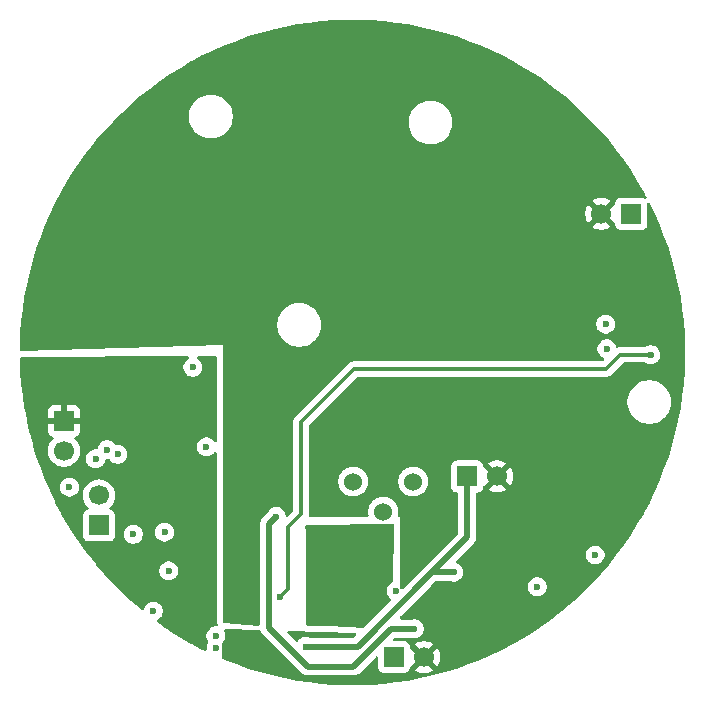
<source format=gbr>
%TF.GenerationSoftware,KiCad,Pcbnew,9.0.7-9.0.7~ubuntu22.04.1*%
%TF.CreationDate,2026-01-21T12:36:38+05:30*%
%TF.ProjectId,HV_POWER_SUPPLY_NEWSHAPE,48565f50-4f57-4455-925f-535550504c59,V1.0*%
%TF.SameCoordinates,Original*%
%TF.FileFunction,Copper,L4,Bot*%
%TF.FilePolarity,Positive*%
%FSLAX46Y46*%
G04 Gerber Fmt 4.6, Leading zero omitted, Abs format (unit mm)*
G04 Created by KiCad (PCBNEW 9.0.7-9.0.7~ubuntu22.04.1) date 2026-01-21 12:36:38*
%MOMM*%
%LPD*%
G01*
G04 APERTURE LIST*
%TA.AperFunction,ComponentPad*%
%ADD10R,1.700000X1.700000*%
%TD*%
%TA.AperFunction,ComponentPad*%
%ADD11C,1.700000*%
%TD*%
%TA.AperFunction,ComponentPad*%
%ADD12C,1.524003*%
%TD*%
%TA.AperFunction,ViaPad*%
%ADD13C,0.600000*%
%TD*%
%TA.AperFunction,Conductor*%
%ADD14C,0.304800*%
%TD*%
%TA.AperFunction,Conductor*%
%ADD15C,0.508000*%
%TD*%
G04 APERTURE END LIST*
D10*
%TO.P,J1,1,Pin_1*%
%TO.N,IO_VREF*%
X154500000Y-116250000D03*
D11*
%TO.P,J1,2,Pin_2*%
%TO.N,GND*%
X154500000Y-113710000D03*
%TD*%
D10*
%TO.P,J5,1,Pin_1*%
%TO.N,Net-(J5-Pin_1)*%
X199565000Y-89860000D03*
D11*
%TO.P,J5,2,Pin_2*%
%TO.N,GND*%
X197025000Y-89860000D03*
%TD*%
D10*
%TO.P,J4,1,Pin_1*%
%TO.N,/Page 2/HV_PG*%
X179475000Y-127400000D03*
D11*
%TO.P,J4,2,Pin_2*%
%TO.N,GND*%
X182015000Y-127400000D03*
%TD*%
D12*
%TO.P,R9,1,1*%
%TO.N,Net-(R11-Pad2)*%
X181100000Y-112529997D03*
%TO.P,R9,2,2*%
%TO.N,POT_METER*%
X178559995Y-115070003D03*
%TO.P,R9,3,3*%
%TO.N,Net-(R10-Pad1)*%
X176019990Y-112529997D03*
%TD*%
D10*
%TO.P,J2,1,Pin_1*%
%TO.N,SYS_5V*%
X151540000Y-107390000D03*
D11*
%TO.P,J2,2,Pin_2*%
%TO.N,GND*%
X151540000Y-109930000D03*
%TD*%
D10*
%TO.P,J3,1,Pin_1*%
%TO.N,/Page 2/DETECT_OUTPUT*%
X185675000Y-112100000D03*
D11*
%TO.P,J3,2,Pin_2*%
%TO.N,GND*%
X188215000Y-112100000D03*
%TD*%
D13*
%TO.N,GND*%
X166623438Y-79225000D03*
X195350000Y-81600000D03*
X164351471Y-76300000D03*
X198405000Y-88075000D03*
X170300000Y-74350000D03*
X167526562Y-78425000D03*
X160225000Y-79225000D03*
X199750000Y-87275000D03*
X193425000Y-80775000D03*
X168675000Y-74800000D03*
X177581250Y-78425000D03*
X196837500Y-84775000D03*
X199125000Y-86325000D03*
X184800000Y-75325000D03*
X184000000Y-75075000D03*
X195800000Y-84775000D03*
X164414200Y-126619000D03*
X162053125Y-79225000D03*
X186817000Y-105867200D03*
X156083000Y-110236000D03*
X178495312Y-78425000D03*
X186732813Y-79225000D03*
X165537500Y-77500000D03*
X161139063Y-79225000D03*
X184581800Y-115747800D03*
X193356250Y-82450000D03*
X162956250Y-78425000D03*
X200075000Y-88075000D03*
X185818750Y-79225000D03*
X180350000Y-74175000D03*
X165450000Y-122100000D03*
X185500000Y-75600000D03*
X175592187Y-77500000D03*
X160045400Y-116814600D03*
X168451563Y-79225000D03*
X182918100Y-124752100D03*
X192706250Y-81600000D03*
X180162500Y-77500000D03*
X163881250Y-79225000D03*
X164623437Y-77500000D03*
X186975000Y-76150000D03*
X189475000Y-79225000D03*
X177592188Y-79225000D03*
X180334375Y-79225000D03*
X189450000Y-77550000D03*
X193300000Y-84025000D03*
X165709375Y-79225000D03*
X187475000Y-77500000D03*
X162967188Y-79225000D03*
X194262500Y-82450000D03*
X175191176Y-73825000D03*
X195350000Y-84025000D03*
X183076563Y-79225000D03*
X184632600Y-121310400D03*
X176667187Y-78425000D03*
X163709375Y-77500000D03*
X176858824Y-73900000D03*
X166950000Y-75325000D03*
X176025000Y-73900000D03*
X182151562Y-78425000D03*
X173151800Y-125552200D03*
X194800000Y-86325000D03*
X198450000Y-85450000D03*
X167537500Y-79225000D03*
X181825000Y-74525000D03*
X173010937Y-78425000D03*
X168440625Y-78425000D03*
X179420313Y-79225000D03*
X190250000Y-78325000D03*
X192925000Y-83200000D03*
X192569261Y-79860741D03*
X166612500Y-78425000D03*
X183818750Y-77500000D03*
X162450000Y-102850000D03*
X196530000Y-86325000D03*
X172850000Y-77500000D03*
X173764062Y-77500000D03*
X188500000Y-76875000D03*
X174357353Y-73900000D03*
X155194000Y-109829600D03*
X189464062Y-78425000D03*
X175753125Y-78425000D03*
X193868750Y-83200000D03*
X190881000Y-118922800D03*
X172107813Y-79225000D03*
X186225000Y-75850000D03*
X193391391Y-79860741D03*
X181100000Y-74300000D03*
X169365625Y-79225000D03*
X194350000Y-80725000D03*
X183990625Y-79225000D03*
X195625000Y-87250000D03*
X199240000Y-88075000D03*
X192450000Y-82450000D03*
X170107812Y-77500000D03*
X183388000Y-104013000D03*
X194468750Y-81600000D03*
X164795313Y-79225000D03*
X171125000Y-74175000D03*
X188560938Y-79225000D03*
X173925000Y-78425000D03*
X164784375Y-78425000D03*
X167825000Y-75025000D03*
X196700000Y-83200000D03*
X196735000Y-88075000D03*
X191825000Y-81600000D03*
X163870312Y-78425000D03*
X196075000Y-82450000D03*
X174678125Y-77500000D03*
X178334375Y-77500000D03*
X172096875Y-78425000D03*
X198260000Y-86325000D03*
X169392600Y-104038400D03*
X171021875Y-77500000D03*
X169525000Y-74500000D03*
X157403800Y-116992400D03*
X179654200Y-121793000D03*
X166150000Y-75575000D03*
X190350000Y-79225000D03*
X170268750Y-78425000D03*
X165698437Y-78425000D03*
X165250000Y-75900000D03*
X162026600Y-77495400D03*
X196350000Y-85450000D03*
X174839062Y-78425000D03*
X197875000Y-84775000D03*
X171182812Y-78425000D03*
X191747130Y-79860741D03*
X171193750Y-79225000D03*
X169354687Y-78425000D03*
X175764063Y-79225000D03*
X181990625Y-77500000D03*
X161250000Y-77975000D03*
X193725000Y-84775000D03*
X173523529Y-73925000D03*
X188675000Y-109325000D03*
X183065625Y-78425000D03*
X198718750Y-87225000D03*
X170279688Y-79225000D03*
X178506250Y-79225000D03*
X184904688Y-79225000D03*
X176678125Y-79225000D03*
X172000000Y-74050000D03*
X187635937Y-78425000D03*
X160350000Y-78525000D03*
X168279687Y-77500000D03*
X191300000Y-79075000D03*
X197687500Y-87225000D03*
X184893750Y-78425000D03*
X195168750Y-82450000D03*
X183979687Y-78425000D03*
X167365625Y-77500000D03*
X191575000Y-80875000D03*
X192500000Y-80800000D03*
X186721875Y-78425000D03*
X196375000Y-84025000D03*
X177420312Y-77500000D03*
X188450000Y-77600000D03*
X180323437Y-78425000D03*
X179350000Y-74050000D03*
X152000000Y-113000000D03*
X187646875Y-79225000D03*
X187700000Y-76525000D03*
X179409375Y-78425000D03*
X166451562Y-77500000D03*
X197395000Y-86325000D03*
X173935938Y-79225000D03*
X193587500Y-81600000D03*
X171935937Y-77500000D03*
X191125000Y-78275000D03*
X154203400Y-110617000D03*
X183250000Y-74825000D03*
X182904687Y-77500000D03*
X169193750Y-77500000D03*
X197400000Y-85450000D03*
X163600000Y-109600000D03*
X185807812Y-78425000D03*
X195756250Y-83200000D03*
X174850000Y-79225000D03*
X162683824Y-77175000D03*
X193649600Y-122986800D03*
X178550000Y-73950000D03*
X194325000Y-84025000D03*
X173021875Y-79225000D03*
X186560937Y-77500000D03*
X192225000Y-79075000D03*
X194762500Y-84775000D03*
X167767000Y-117729000D03*
X177725000Y-73900000D03*
X190925000Y-79860741D03*
X181248438Y-79225000D03*
X182162500Y-79225000D03*
X194812500Y-83200000D03*
X195665000Y-86325000D03*
X188550000Y-78425000D03*
X185646875Y-77500000D03*
X181076562Y-77500000D03*
X160400000Y-120100000D03*
X194250000Y-85450000D03*
X180441600Y-117348000D03*
X196656250Y-87225000D03*
X182525000Y-74675000D03*
X184732812Y-77500000D03*
X197400000Y-84025000D03*
X181237500Y-78425000D03*
X179248437Y-77500000D03*
X162042187Y-78425000D03*
X176506250Y-77500000D03*
X172775000Y-73950000D03*
X197570000Y-88075000D03*
X163517647Y-76700000D03*
X195900000Y-88100000D03*
X195300000Y-85450000D03*
%TO.N,SYS_5V*%
X164000000Y-111200000D03*
%TO.N,GEIGER_DETECTB*%
X201200000Y-101800000D03*
X169800000Y-122300000D03*
%TO.N,IO_VREF*%
X191600000Y-121450000D03*
X197400000Y-99200000D03*
X197500000Y-101300000D03*
X159100000Y-123500000D03*
X196500000Y-118750000D03*
X164400000Y-125600000D03*
%TO.N,POT_METER*%
X172800000Y-123700000D03*
X176900000Y-118300000D03*
%TO.N,/Page 2/DETECT_OUTPUT*%
X172000000Y-126500000D03*
X184550000Y-120200000D03*
%TO.N,Net-(U5A-IN-)*%
X169500000Y-115500000D03*
X181200000Y-125000000D03*
%TD*%
D14*
%TO.N,GEIGER_DETECTB*%
X169800000Y-122300000D02*
X170500000Y-121600000D01*
X176100000Y-103000000D02*
X171587500Y-107512500D01*
X198650000Y-101800000D02*
X197450000Y-103000000D01*
X197450000Y-103000000D02*
X176100000Y-103000000D01*
X198650000Y-101800000D02*
X201200000Y-101800000D01*
X170500000Y-121600000D02*
X170500000Y-116400000D01*
X170500000Y-116400000D02*
X171587500Y-115312500D01*
X171587500Y-107512500D02*
X171587500Y-115312500D01*
D15*
%TO.N,/Page 2/DETECT_OUTPUT*%
X176400000Y-126500000D02*
X182700000Y-120200000D01*
X182700000Y-120200000D02*
X184550000Y-120200000D01*
X185675000Y-117225000D02*
X185675000Y-112100000D01*
X182700000Y-120200000D02*
X185675000Y-117225000D01*
X172000000Y-126500000D02*
X176400000Y-126500000D01*
%TO.N,Net-(U5A-IN-)*%
X168900000Y-124900000D02*
X168900000Y-116100000D01*
X181200000Y-125000000D02*
X179200000Y-125000000D01*
X168900000Y-116100000D02*
X169500000Y-115500000D01*
X172200000Y-128200000D02*
X168900000Y-124900000D01*
X172200000Y-128200000D02*
X176000000Y-128200000D01*
X179200000Y-125000000D02*
X176000000Y-128200000D01*
%TD*%
%TA.AperFunction,Conductor*%
%TO.N,GND*%
G36*
X176489112Y-73442876D02*
G01*
X177537314Y-73482096D01*
X177541925Y-73482355D01*
X178587979Y-73560746D01*
X178592519Y-73561172D01*
X179634930Y-73678624D01*
X179639451Y-73679219D01*
X180660518Y-73833120D01*
X180676719Y-73835562D01*
X180681292Y-73836339D01*
X181711953Y-74031350D01*
X181716445Y-74032287D01*
X182739123Y-74265707D01*
X182743590Y-74266814D01*
X183756833Y-74538312D01*
X183761250Y-74539585D01*
X184763607Y-74848771D01*
X184767971Y-74850206D01*
X185758138Y-75196680D01*
X185762412Y-75198267D01*
X186738849Y-75581490D01*
X186743096Y-75583249D01*
X187704575Y-76002738D01*
X187708758Y-76004658D01*
X188653848Y-76459789D01*
X188657963Y-76461867D01*
X189585350Y-76952005D01*
X189589396Y-76954241D01*
X190497801Y-77478709D01*
X190501771Y-77481101D01*
X191389952Y-78039182D01*
X191393792Y-78041696D01*
X192051522Y-78490128D01*
X192260500Y-78632607D01*
X192264282Y-78635291D01*
X193108272Y-79258184D01*
X193111895Y-79260965D01*
X193917562Y-79903462D01*
X193932019Y-79914991D01*
X193935548Y-79917914D01*
X194730710Y-80602206D01*
X194734094Y-80605232D01*
X195488037Y-81304788D01*
X195503026Y-81318696D01*
X195506366Y-81321913D01*
X196248086Y-82063633D01*
X196251303Y-82066973D01*
X196964764Y-82835902D01*
X196967795Y-82839292D01*
X197652080Y-83634445D01*
X197655003Y-83637974D01*
X198309028Y-84458096D01*
X198311821Y-84461735D01*
X198372615Y-84544108D01*
X198934708Y-85305717D01*
X198937392Y-85309499D01*
X199528290Y-86176187D01*
X199530830Y-86180067D01*
X200088897Y-87068226D01*
X200091290Y-87072198D01*
X200615758Y-87980603D01*
X200618001Y-87984662D01*
X200842920Y-88410230D01*
X200856842Y-88478698D01*
X200831537Y-88543825D01*
X200775039Y-88584931D01*
X200705286Y-88588968D01*
X200665185Y-88570322D01*
X200665114Y-88570454D01*
X200663085Y-88569346D01*
X200658977Y-88567436D01*
X200657332Y-88566204D01*
X200657328Y-88566202D01*
X200522482Y-88515908D01*
X200522483Y-88515908D01*
X200462883Y-88509501D01*
X200462881Y-88509500D01*
X200462873Y-88509500D01*
X200462864Y-88509500D01*
X198667129Y-88509500D01*
X198667123Y-88509501D01*
X198607516Y-88515908D01*
X198472671Y-88566202D01*
X198472664Y-88566206D01*
X198357455Y-88652452D01*
X198357452Y-88652455D01*
X198271206Y-88767664D01*
X198271202Y-88767671D01*
X198220908Y-88902517D01*
X198214501Y-88962116D01*
X198214500Y-88962135D01*
X198214500Y-88972690D01*
X198194815Y-89039729D01*
X198178181Y-89060371D01*
X197507962Y-89730590D01*
X197490925Y-89667007D01*
X197425099Y-89552993D01*
X197332007Y-89459901D01*
X197217993Y-89394075D01*
X197154409Y-89377037D01*
X197786716Y-88744728D01*
X197732550Y-88705375D01*
X197543217Y-88608904D01*
X197341129Y-88543242D01*
X197131246Y-88510000D01*
X196918754Y-88510000D01*
X196708872Y-88543242D01*
X196708869Y-88543242D01*
X196506782Y-88608904D01*
X196317439Y-88705380D01*
X196263282Y-88744727D01*
X196263282Y-88744728D01*
X196895591Y-89377037D01*
X196832007Y-89394075D01*
X196717993Y-89459901D01*
X196624901Y-89552993D01*
X196559075Y-89667007D01*
X196542037Y-89730591D01*
X195909728Y-89098282D01*
X195909727Y-89098282D01*
X195870380Y-89152439D01*
X195773904Y-89341782D01*
X195708242Y-89543869D01*
X195708242Y-89543872D01*
X195675000Y-89753753D01*
X195675000Y-89966246D01*
X195708242Y-90176127D01*
X195708242Y-90176130D01*
X195773904Y-90378217D01*
X195870375Y-90567550D01*
X195909728Y-90621716D01*
X196542037Y-89989408D01*
X196559075Y-90052993D01*
X196624901Y-90167007D01*
X196717993Y-90260099D01*
X196832007Y-90325925D01*
X196895590Y-90342962D01*
X196263282Y-90975269D01*
X196263282Y-90975270D01*
X196317449Y-91014624D01*
X196506782Y-91111095D01*
X196708870Y-91176757D01*
X196918754Y-91210000D01*
X197131246Y-91210000D01*
X197341127Y-91176757D01*
X197341130Y-91176757D01*
X197543217Y-91111095D01*
X197732554Y-91014622D01*
X197786716Y-90975270D01*
X197786717Y-90975270D01*
X197154408Y-90342962D01*
X197217993Y-90325925D01*
X197332007Y-90260099D01*
X197425099Y-90167007D01*
X197490925Y-90052993D01*
X197507962Y-89989409D01*
X198178181Y-90659628D01*
X198211666Y-90720951D01*
X198214500Y-90747300D01*
X198214500Y-90757865D01*
X198214501Y-90757876D01*
X198220908Y-90817483D01*
X198271202Y-90952328D01*
X198271206Y-90952335D01*
X198357452Y-91067544D01*
X198357455Y-91067547D01*
X198472664Y-91153793D01*
X198472671Y-91153797D01*
X198607517Y-91204091D01*
X198607516Y-91204091D01*
X198614444Y-91204835D01*
X198667127Y-91210500D01*
X200462872Y-91210499D01*
X200522483Y-91204091D01*
X200657331Y-91153796D01*
X200772546Y-91067546D01*
X200858796Y-90952331D01*
X200909091Y-90817483D01*
X200915500Y-90757873D01*
X200915499Y-89055107D01*
X200935184Y-88988069D01*
X200987987Y-88942314D01*
X201057146Y-88932370D01*
X201120702Y-88961395D01*
X201151218Y-89001305D01*
X201177129Y-89055108D01*
X201565334Y-89861225D01*
X201567268Y-89865440D01*
X201986742Y-90826884D01*
X201988516Y-90831169D01*
X202371718Y-91807550D01*
X202373332Y-91811897D01*
X202719786Y-92802008D01*
X202721235Y-92806413D01*
X203030408Y-93808729D01*
X203031692Y-93813185D01*
X203303180Y-94826392D01*
X203304296Y-94830893D01*
X203537707Y-95853530D01*
X203538654Y-95858070D01*
X203733660Y-96888708D01*
X203734437Y-96893280D01*
X203890775Y-97930510D01*
X203891380Y-97935107D01*
X204008823Y-98977442D01*
X204009256Y-98982059D01*
X204087643Y-100028064D01*
X204087903Y-100032694D01*
X204127124Y-101080886D01*
X204127211Y-101085523D01*
X204127211Y-102134476D01*
X204127124Y-102139113D01*
X204087903Y-103187305D01*
X204087643Y-103191935D01*
X204009256Y-104237940D01*
X204008823Y-104242557D01*
X203891380Y-105284892D01*
X203890775Y-105289489D01*
X203734437Y-106326719D01*
X203733660Y-106331291D01*
X203538654Y-107361929D01*
X203537707Y-107366469D01*
X203304296Y-108389106D01*
X203303180Y-108393607D01*
X203031692Y-109406814D01*
X203030408Y-109411270D01*
X202721235Y-110413586D01*
X202719786Y-110417991D01*
X202373332Y-111408102D01*
X202371718Y-111412449D01*
X201988516Y-112388830D01*
X201986742Y-112393115D01*
X201567268Y-113354559D01*
X201565334Y-113358774D01*
X201110216Y-114303836D01*
X201108126Y-114307975D01*
X200618001Y-115235337D01*
X200615758Y-115239396D01*
X200091290Y-116147801D01*
X200088897Y-116151773D01*
X199530830Y-117039932D01*
X199528290Y-117043812D01*
X198937392Y-117910500D01*
X198934708Y-117914282D01*
X198311836Y-118758244D01*
X198309013Y-118761923D01*
X197655008Y-119582019D01*
X197652058Y-119585579D01*
X196967818Y-120380680D01*
X196964747Y-120384116D01*
X196251303Y-121153026D01*
X196248086Y-121156366D01*
X195506366Y-121898086D01*
X195503026Y-121901303D01*
X194734116Y-122614747D01*
X194730680Y-122617818D01*
X193976896Y-123266503D01*
X193935590Y-123302050D01*
X193932019Y-123305008D01*
X193111923Y-123959013D01*
X193108244Y-123961836D01*
X192264282Y-124584708D01*
X192260500Y-124587392D01*
X191393812Y-125178290D01*
X191389932Y-125180830D01*
X190501773Y-125738897D01*
X190497801Y-125741290D01*
X189589396Y-126265758D01*
X189585337Y-126268001D01*
X188657975Y-126758126D01*
X188653836Y-126760216D01*
X187708774Y-127215334D01*
X187704559Y-127217268D01*
X186743115Y-127636742D01*
X186738830Y-127638516D01*
X185762449Y-128021718D01*
X185758102Y-128023332D01*
X184767991Y-128369786D01*
X184763586Y-128371235D01*
X183761270Y-128680408D01*
X183756814Y-128681692D01*
X182743607Y-128953180D01*
X182739106Y-128954296D01*
X181716469Y-129187707D01*
X181711929Y-129188654D01*
X180681291Y-129383660D01*
X180676719Y-129384437D01*
X179639489Y-129540775D01*
X179634892Y-129541380D01*
X178592557Y-129658823D01*
X178587940Y-129659256D01*
X177541935Y-129737643D01*
X177537305Y-129737903D01*
X176530856Y-129775562D01*
X176489111Y-129777124D01*
X176484476Y-129777211D01*
X175435524Y-129777211D01*
X175430888Y-129777124D01*
X175387100Y-129775485D01*
X174382694Y-129737903D01*
X174378064Y-129737643D01*
X173332059Y-129659256D01*
X173327442Y-129658823D01*
X172285107Y-129541380D01*
X172280510Y-129540775D01*
X171243280Y-129384437D01*
X171238708Y-129383660D01*
X170208070Y-129188654D01*
X170203530Y-129187707D01*
X169180893Y-128954296D01*
X169176392Y-128953180D01*
X168163185Y-128681692D01*
X168158729Y-128680408D01*
X167156413Y-128371235D01*
X167152008Y-128369786D01*
X166161897Y-128023332D01*
X166157550Y-128021718D01*
X165181169Y-127638516D01*
X165176884Y-127636742D01*
X165027878Y-127571731D01*
X164974304Y-127526880D01*
X164953494Y-127460774D01*
X164927364Y-126258795D01*
X164945587Y-126191348D01*
X164963646Y-126168431D01*
X165021789Y-126110289D01*
X165109394Y-125979179D01*
X165169737Y-125833497D01*
X165200500Y-125678842D01*
X165200500Y-125521158D01*
X165200500Y-125521155D01*
X165200499Y-125521153D01*
X165183789Y-125437147D01*
X165169737Y-125366503D01*
X165157778Y-125337632D01*
X165109397Y-125220827D01*
X165109393Y-125220820D01*
X165103504Y-125212007D01*
X165097425Y-125202909D01*
X165076548Y-125136232D01*
X165095032Y-125068852D01*
X165147011Y-125022161D01*
X165204627Y-125010086D01*
X168089729Y-125105620D01*
X168156077Y-125127511D01*
X168200059Y-125181801D01*
X168200183Y-125182097D01*
X168208804Y-125202910D01*
X168221475Y-125233501D01*
X168231370Y-125257388D01*
X168231372Y-125257392D01*
X168313942Y-125380968D01*
X168313943Y-125380969D01*
X171609600Y-128676624D01*
X171609621Y-128676647D01*
X171719029Y-128786055D01*
X171719032Y-128786057D01*
X171719034Y-128786059D01*
X171801605Y-128841230D01*
X171842611Y-128868630D01*
X171923045Y-128901946D01*
X171979920Y-128925505D01*
X171979929Y-128925506D01*
X171979930Y-128925507D01*
X172004103Y-128930315D01*
X172004110Y-128930316D01*
X172125686Y-128954501D01*
X172125688Y-128954501D01*
X172280426Y-128954501D01*
X172280446Y-128954500D01*
X175919554Y-128954500D01*
X175919574Y-128954501D01*
X175925688Y-128954501D01*
X176074314Y-128954501D01*
X176111009Y-128947200D01*
X176195894Y-128930315D01*
X176220080Y-128925505D01*
X176276955Y-128901946D01*
X176357389Y-128868630D01*
X176480966Y-128786059D01*
X177912821Y-127354202D01*
X177974142Y-127320719D01*
X178043833Y-127325703D01*
X178099767Y-127367574D01*
X178124184Y-127433039D01*
X178124500Y-127441885D01*
X178124500Y-128297870D01*
X178124501Y-128297876D01*
X178130908Y-128357483D01*
X178181202Y-128492328D01*
X178181206Y-128492335D01*
X178267452Y-128607544D01*
X178267455Y-128607547D01*
X178382664Y-128693793D01*
X178382671Y-128693797D01*
X178517517Y-128744091D01*
X178517516Y-128744091D01*
X178524444Y-128744835D01*
X178577127Y-128750500D01*
X180372872Y-128750499D01*
X180432483Y-128744091D01*
X180567331Y-128693796D01*
X180682546Y-128607546D01*
X180768796Y-128492331D01*
X180819091Y-128357483D01*
X180825500Y-128297873D01*
X180825499Y-128273979D01*
X180828330Y-128260963D01*
X180838940Y-128241525D01*
X180845179Y-128220275D01*
X180861803Y-128199643D01*
X180861808Y-128199636D01*
X180861811Y-128199634D01*
X180861818Y-128199626D01*
X181532037Y-127529408D01*
X181549075Y-127592993D01*
X181614901Y-127707007D01*
X181707993Y-127800099D01*
X181822007Y-127865925D01*
X181885590Y-127882962D01*
X181253282Y-128515269D01*
X181253282Y-128515270D01*
X181307449Y-128554624D01*
X181496782Y-128651095D01*
X181698870Y-128716757D01*
X181908754Y-128750000D01*
X182121246Y-128750000D01*
X182331127Y-128716757D01*
X182331130Y-128716757D01*
X182533217Y-128651095D01*
X182722554Y-128554622D01*
X182776716Y-128515270D01*
X182776717Y-128515270D01*
X182144408Y-127882962D01*
X182207993Y-127865925D01*
X182322007Y-127800099D01*
X182415099Y-127707007D01*
X182480925Y-127592993D01*
X182497962Y-127529408D01*
X183130270Y-128161717D01*
X183130270Y-128161716D01*
X183169622Y-128107554D01*
X183266095Y-127918217D01*
X183331757Y-127716130D01*
X183331757Y-127716127D01*
X183365000Y-127506246D01*
X183365000Y-127293753D01*
X183331757Y-127083872D01*
X183331757Y-127083869D01*
X183266095Y-126881782D01*
X183169624Y-126692449D01*
X183130270Y-126638282D01*
X183130269Y-126638282D01*
X182497962Y-127270590D01*
X182480925Y-127207007D01*
X182415099Y-127092993D01*
X182322007Y-126999901D01*
X182207993Y-126934075D01*
X182144409Y-126917037D01*
X182776716Y-126284728D01*
X182722550Y-126245375D01*
X182533217Y-126148904D01*
X182331129Y-126083242D01*
X182121246Y-126050000D01*
X181908754Y-126050000D01*
X181698872Y-126083242D01*
X181698869Y-126083242D01*
X181496782Y-126148904D01*
X181307439Y-126245380D01*
X181253282Y-126284727D01*
X181253282Y-126284728D01*
X181885591Y-126917037D01*
X181822007Y-126934075D01*
X181707993Y-126999901D01*
X181614901Y-127092993D01*
X181549075Y-127207007D01*
X181532037Y-127270591D01*
X180861818Y-126600372D01*
X180828333Y-126539049D01*
X180828330Y-126539036D01*
X180825499Y-126526015D01*
X180825499Y-126502128D01*
X180819091Y-126442517D01*
X180790926Y-126367002D01*
X180768798Y-126307673D01*
X180768793Y-126307664D01*
X180682547Y-126192455D01*
X180682544Y-126192452D01*
X180567335Y-126106206D01*
X180567328Y-126106202D01*
X180432482Y-126055908D01*
X180432483Y-126055908D01*
X180372883Y-126049501D01*
X180372881Y-126049500D01*
X180372873Y-126049500D01*
X180372865Y-126049500D01*
X179516886Y-126049500D01*
X179495640Y-126043261D01*
X179473552Y-126041682D01*
X179462768Y-126033609D01*
X179449847Y-126029815D01*
X179435347Y-126013081D01*
X179417619Y-125999810D01*
X179412911Y-125987189D01*
X179404092Y-125977011D01*
X179400940Y-125955093D01*
X179393202Y-125934346D01*
X179396064Y-125921185D01*
X179394148Y-125907853D01*
X179403347Y-125887709D01*
X179408054Y-125866073D01*
X179421322Y-125848347D01*
X179423173Y-125844297D01*
X179429205Y-125837819D01*
X179476205Y-125790819D01*
X179537528Y-125757334D01*
X179563886Y-125754500D01*
X180905053Y-125754500D01*
X180952501Y-125763937D01*
X180966503Y-125769737D01*
X180966508Y-125769738D01*
X180966511Y-125769739D01*
X181121153Y-125800499D01*
X181121156Y-125800500D01*
X181121158Y-125800500D01*
X181278844Y-125800500D01*
X181278845Y-125800499D01*
X181433497Y-125769737D01*
X181579179Y-125709394D01*
X181710289Y-125621789D01*
X181821789Y-125510289D01*
X181909394Y-125379179D01*
X181969737Y-125233497D01*
X182000500Y-125078842D01*
X182000500Y-124921158D01*
X182000500Y-124921155D01*
X182000499Y-124921153D01*
X181989547Y-124866094D01*
X181969737Y-124766503D01*
X181931875Y-124675095D01*
X181909397Y-124620827D01*
X181909390Y-124620814D01*
X181821789Y-124489711D01*
X181821786Y-124489707D01*
X181710292Y-124378213D01*
X181710288Y-124378210D01*
X181579185Y-124290609D01*
X181579172Y-124290602D01*
X181433501Y-124230264D01*
X181433489Y-124230261D01*
X181278845Y-124199500D01*
X181278842Y-124199500D01*
X181121158Y-124199500D01*
X181121155Y-124199500D01*
X180966511Y-124230260D01*
X180966506Y-124230262D01*
X180966504Y-124230262D01*
X180966503Y-124230263D01*
X180952501Y-124236062D01*
X180905053Y-124245500D01*
X180124000Y-124245500D01*
X180115314Y-124242949D01*
X180106353Y-124244238D01*
X180082312Y-124233259D01*
X180056961Y-124225815D01*
X180051033Y-124218974D01*
X180042797Y-124215213D01*
X180028507Y-124192978D01*
X180011206Y-124173011D01*
X180008918Y-124162496D01*
X180005023Y-124156435D01*
X180000000Y-124121500D01*
X180000000Y-124018386D01*
X180019685Y-123951347D01*
X180036315Y-123930709D01*
X182595870Y-121371153D01*
X190799500Y-121371153D01*
X190799500Y-121528846D01*
X190830261Y-121683489D01*
X190830264Y-121683500D01*
X190890602Y-121829172D01*
X190890609Y-121829185D01*
X190978210Y-121960288D01*
X190978213Y-121960292D01*
X191089707Y-122071786D01*
X191089711Y-122071789D01*
X191220814Y-122159390D01*
X191220827Y-122159397D01*
X191366498Y-122219735D01*
X191366503Y-122219737D01*
X191521153Y-122250499D01*
X191521156Y-122250500D01*
X191521158Y-122250500D01*
X191678844Y-122250500D01*
X191678845Y-122250499D01*
X191833497Y-122219737D01*
X191979179Y-122159394D01*
X192110289Y-122071789D01*
X192221789Y-121960289D01*
X192309394Y-121829179D01*
X192309397Y-121829172D01*
X192369736Y-121683500D01*
X192369737Y-121683497D01*
X192400500Y-121528842D01*
X192400500Y-121371158D01*
X192400500Y-121371155D01*
X192400499Y-121371153D01*
X192369738Y-121216510D01*
X192369737Y-121216503D01*
X192324766Y-121107932D01*
X192309397Y-121070827D01*
X192309390Y-121070814D01*
X192221789Y-120939711D01*
X192221786Y-120939707D01*
X192110292Y-120828213D01*
X192110288Y-120828210D01*
X191979185Y-120740609D01*
X191979172Y-120740602D01*
X191833501Y-120680264D01*
X191833489Y-120680261D01*
X191678845Y-120649500D01*
X191678842Y-120649500D01*
X191521158Y-120649500D01*
X191521155Y-120649500D01*
X191366510Y-120680261D01*
X191366498Y-120680264D01*
X191220827Y-120740602D01*
X191220814Y-120740609D01*
X191089711Y-120828210D01*
X191089707Y-120828213D01*
X190978213Y-120939707D01*
X190978210Y-120939711D01*
X190890609Y-121070814D01*
X190890602Y-121070827D01*
X190830264Y-121216498D01*
X190830261Y-121216510D01*
X190799500Y-121371153D01*
X182595870Y-121371153D01*
X182976205Y-120990818D01*
X183037528Y-120957334D01*
X183063886Y-120954500D01*
X184255053Y-120954500D01*
X184302501Y-120963937D01*
X184316503Y-120969737D01*
X184316508Y-120969738D01*
X184316511Y-120969739D01*
X184471153Y-121000499D01*
X184471156Y-121000500D01*
X184471158Y-121000500D01*
X184628844Y-121000500D01*
X184628845Y-121000499D01*
X184783497Y-120969737D01*
X184929179Y-120909394D01*
X185060289Y-120821789D01*
X185171789Y-120710289D01*
X185259394Y-120579179D01*
X185319737Y-120433497D01*
X185350500Y-120278842D01*
X185350500Y-120121158D01*
X185350500Y-120121155D01*
X185350499Y-120121153D01*
X185319738Y-119966510D01*
X185319737Y-119966503D01*
X185319735Y-119966498D01*
X185259397Y-119820827D01*
X185259390Y-119820814D01*
X185171789Y-119689711D01*
X185171786Y-119689707D01*
X185060292Y-119578213D01*
X185060288Y-119578210D01*
X184929185Y-119490609D01*
X184929176Y-119490604D01*
X184780480Y-119429013D01*
X184726077Y-119385172D01*
X184704012Y-119318878D01*
X184721291Y-119251179D01*
X184740245Y-119226778D01*
X185295870Y-118671153D01*
X195699500Y-118671153D01*
X195699500Y-118828846D01*
X195730261Y-118983489D01*
X195730264Y-118983501D01*
X195790602Y-119129172D01*
X195790609Y-119129185D01*
X195878210Y-119260288D01*
X195878213Y-119260292D01*
X195989707Y-119371786D01*
X195989711Y-119371789D01*
X196120814Y-119459390D01*
X196120827Y-119459397D01*
X196266498Y-119519735D01*
X196266503Y-119519737D01*
X196421153Y-119550499D01*
X196421156Y-119550500D01*
X196421158Y-119550500D01*
X196578844Y-119550500D01*
X196578845Y-119550499D01*
X196733497Y-119519737D01*
X196879179Y-119459394D01*
X197010289Y-119371789D01*
X197121789Y-119260289D01*
X197209394Y-119129179D01*
X197269737Y-118983497D01*
X197300500Y-118828842D01*
X197300500Y-118671158D01*
X197300500Y-118671155D01*
X197300499Y-118671153D01*
X197269738Y-118516510D01*
X197269737Y-118516503D01*
X197269735Y-118516498D01*
X197209397Y-118370827D01*
X197209390Y-118370814D01*
X197121789Y-118239711D01*
X197121786Y-118239707D01*
X197010292Y-118128213D01*
X197010288Y-118128210D01*
X196879185Y-118040609D01*
X196879172Y-118040602D01*
X196733501Y-117980264D01*
X196733489Y-117980261D01*
X196578845Y-117949500D01*
X196578842Y-117949500D01*
X196421158Y-117949500D01*
X196421155Y-117949500D01*
X196266510Y-117980261D01*
X196266498Y-117980264D01*
X196120827Y-118040602D01*
X196120814Y-118040609D01*
X195989711Y-118128210D01*
X195989707Y-118128213D01*
X195878213Y-118239707D01*
X195878210Y-118239711D01*
X195790609Y-118370814D01*
X195790602Y-118370827D01*
X195730264Y-118516498D01*
X195730261Y-118516510D01*
X195699500Y-118671153D01*
X185295870Y-118671153D01*
X186155963Y-117811060D01*
X186155966Y-117811059D01*
X186261059Y-117705966D01*
X186343629Y-117582390D01*
X186400505Y-117445080D01*
X186429500Y-117299312D01*
X186429500Y-113574499D01*
X186449185Y-113507460D01*
X186501989Y-113461705D01*
X186553500Y-113450499D01*
X186572871Y-113450499D01*
X186572872Y-113450499D01*
X186632483Y-113444091D01*
X186767331Y-113393796D01*
X186882546Y-113307546D01*
X186968796Y-113192331D01*
X187019091Y-113057483D01*
X187025500Y-112997873D01*
X187025499Y-112973979D01*
X187028330Y-112960963D01*
X187038940Y-112941525D01*
X187045179Y-112920275D01*
X187061803Y-112899643D01*
X187061808Y-112899636D01*
X187061811Y-112899634D01*
X187061818Y-112899626D01*
X187732037Y-112229408D01*
X187749075Y-112292993D01*
X187814901Y-112407007D01*
X187907993Y-112500099D01*
X188022007Y-112565925D01*
X188085590Y-112582962D01*
X187453282Y-113215269D01*
X187453282Y-113215270D01*
X187507449Y-113254624D01*
X187696782Y-113351095D01*
X187898870Y-113416757D01*
X188108754Y-113450000D01*
X188321246Y-113450000D01*
X188531127Y-113416757D01*
X188531130Y-113416757D01*
X188733217Y-113351095D01*
X188922554Y-113254622D01*
X188976716Y-113215270D01*
X188976717Y-113215270D01*
X188344408Y-112582962D01*
X188407993Y-112565925D01*
X188522007Y-112500099D01*
X188615099Y-112407007D01*
X188680925Y-112292993D01*
X188697962Y-112229408D01*
X189330270Y-112861717D01*
X189330270Y-112861716D01*
X189369622Y-112807554D01*
X189466095Y-112618217D01*
X189531757Y-112416130D01*
X189531757Y-112416127D01*
X189565000Y-112206246D01*
X189565000Y-111993753D01*
X189531757Y-111783872D01*
X189531757Y-111783869D01*
X189466095Y-111581782D01*
X189369624Y-111392449D01*
X189330270Y-111338282D01*
X189330269Y-111338282D01*
X188697962Y-111970590D01*
X188680925Y-111907007D01*
X188615099Y-111792993D01*
X188522007Y-111699901D01*
X188407993Y-111634075D01*
X188344409Y-111617037D01*
X188976716Y-110984728D01*
X188922550Y-110945375D01*
X188733217Y-110848904D01*
X188531129Y-110783242D01*
X188321246Y-110750000D01*
X188108754Y-110750000D01*
X187898872Y-110783242D01*
X187898869Y-110783242D01*
X187696782Y-110848904D01*
X187507439Y-110945380D01*
X187453282Y-110984727D01*
X187453282Y-110984728D01*
X188085591Y-111617037D01*
X188022007Y-111634075D01*
X187907993Y-111699901D01*
X187814901Y-111792993D01*
X187749075Y-111907007D01*
X187732037Y-111970590D01*
X187061818Y-111300371D01*
X187028333Y-111239048D01*
X187028330Y-111239035D01*
X187025499Y-111226014D01*
X187025499Y-111202128D01*
X187019091Y-111142517D01*
X186990926Y-111067002D01*
X186968798Y-111007673D01*
X186968793Y-111007664D01*
X186882547Y-110892455D01*
X186882544Y-110892452D01*
X186767335Y-110806206D01*
X186767328Y-110806202D01*
X186632482Y-110755908D01*
X186632483Y-110755908D01*
X186572883Y-110749501D01*
X186572881Y-110749500D01*
X186572873Y-110749500D01*
X186572864Y-110749500D01*
X184777129Y-110749500D01*
X184777123Y-110749501D01*
X184717516Y-110755908D01*
X184582671Y-110806202D01*
X184582664Y-110806206D01*
X184467455Y-110892452D01*
X184467452Y-110892455D01*
X184381206Y-111007664D01*
X184381202Y-111007671D01*
X184330908Y-111142517D01*
X184324501Y-111202116D01*
X184324500Y-111202135D01*
X184324500Y-112997870D01*
X184324501Y-112997876D01*
X184330908Y-113057483D01*
X184381202Y-113192328D01*
X184381206Y-113192335D01*
X184467452Y-113307544D01*
X184467455Y-113307547D01*
X184582664Y-113393793D01*
X184582671Y-113393797D01*
X184627618Y-113410561D01*
X184717517Y-113444091D01*
X184777127Y-113450500D01*
X184796497Y-113450499D01*
X184863535Y-113470181D01*
X184909292Y-113522983D01*
X184920500Y-113574499D01*
X184920500Y-116861113D01*
X184900815Y-116928152D01*
X184884181Y-116948794D01*
X180211681Y-121621294D01*
X180150358Y-121654779D01*
X180080666Y-121649795D01*
X180024733Y-121607923D01*
X180000316Y-121542459D01*
X180000000Y-121533613D01*
X180000000Y-115500000D01*
X179915313Y-115500000D01*
X179848274Y-115480315D01*
X179802519Y-115427511D01*
X179792575Y-115358353D01*
X179792840Y-115356602D01*
X179807110Y-115266510D01*
X179822496Y-115169364D01*
X179822496Y-114970642D01*
X179791409Y-114774367D01*
X179730001Y-114585371D01*
X179730001Y-114585370D01*
X179639782Y-114408307D01*
X179522977Y-114247539D01*
X179382459Y-114107021D01*
X179221690Y-113990215D01*
X179044627Y-113899996D01*
X179044624Y-113899995D01*
X178855632Y-113838589D01*
X178757493Y-113823045D01*
X178659356Y-113807502D01*
X178460634Y-113807502D01*
X178395209Y-113817864D01*
X178264357Y-113838589D01*
X178075365Y-113899995D01*
X178075362Y-113899996D01*
X177898299Y-113990215D01*
X177806574Y-114056857D01*
X177737531Y-114107021D01*
X177737529Y-114107023D01*
X177737528Y-114107023D01*
X177597015Y-114247536D01*
X177597015Y-114247537D01*
X177597013Y-114247539D01*
X177546849Y-114316582D01*
X177480207Y-114408307D01*
X177389988Y-114585370D01*
X177389987Y-114585373D01*
X177328581Y-114774365D01*
X177312134Y-114878210D01*
X177297494Y-114970642D01*
X177297494Y-115169364D01*
X177312880Y-115266510D01*
X177327150Y-115356602D01*
X177318195Y-115425895D01*
X177273199Y-115479347D01*
X177206448Y-115499987D01*
X177204677Y-115500000D01*
X172364400Y-115500000D01*
X172297361Y-115480315D01*
X172251606Y-115427511D01*
X172240400Y-115376000D01*
X172240400Y-112430636D01*
X174757489Y-112430636D01*
X174757489Y-112629357D01*
X174788576Y-112825634D01*
X174849982Y-113014626D01*
X174849983Y-113014629D01*
X174910293Y-113132992D01*
X174940202Y-113191692D01*
X175057008Y-113352461D01*
X175197526Y-113492979D01*
X175358295Y-113609785D01*
X175445139Y-113654034D01*
X175535357Y-113700003D01*
X175535360Y-113700004D01*
X175629856Y-113730707D01*
X175724354Y-113761411D01*
X175920629Y-113792498D01*
X175920630Y-113792498D01*
X176119350Y-113792498D01*
X176119351Y-113792498D01*
X176315626Y-113761411D01*
X176504622Y-113700003D01*
X176681685Y-113609785D01*
X176842454Y-113492979D01*
X176982972Y-113352461D01*
X177099778Y-113191692D01*
X177189996Y-113014629D01*
X177251404Y-112825633D01*
X177282491Y-112629358D01*
X177282491Y-112430636D01*
X179837499Y-112430636D01*
X179837499Y-112629357D01*
X179868586Y-112825634D01*
X179929992Y-113014626D01*
X179929993Y-113014629D01*
X179990303Y-113132992D01*
X180020212Y-113191692D01*
X180137018Y-113352461D01*
X180277536Y-113492979D01*
X180438305Y-113609785D01*
X180525149Y-113654034D01*
X180615367Y-113700003D01*
X180615370Y-113700004D01*
X180709866Y-113730707D01*
X180804364Y-113761411D01*
X181000639Y-113792498D01*
X181000640Y-113792498D01*
X181199360Y-113792498D01*
X181199361Y-113792498D01*
X181395636Y-113761411D01*
X181584632Y-113700003D01*
X181761695Y-113609785D01*
X181922464Y-113492979D01*
X182062982Y-113352461D01*
X182179788Y-113191692D01*
X182270006Y-113014629D01*
X182331414Y-112825633D01*
X182362501Y-112629358D01*
X182362501Y-112430636D01*
X182331414Y-112234361D01*
X182270006Y-112045365D01*
X182270006Y-112045364D01*
X182179787Y-111868301D01*
X182145994Y-111821789D01*
X182062982Y-111707533D01*
X181922464Y-111567015D01*
X181761695Y-111450209D01*
X181728896Y-111433497D01*
X181584632Y-111359990D01*
X181584629Y-111359989D01*
X181395637Y-111298583D01*
X181297498Y-111283039D01*
X181199361Y-111267496D01*
X181000639Y-111267496D01*
X180935214Y-111277858D01*
X180804362Y-111298583D01*
X180615370Y-111359989D01*
X180615367Y-111359990D01*
X180438304Y-111450209D01*
X180346579Y-111516851D01*
X180277536Y-111567015D01*
X180277534Y-111567017D01*
X180277533Y-111567017D01*
X180137020Y-111707530D01*
X180137020Y-111707531D01*
X180137018Y-111707533D01*
X180135016Y-111710289D01*
X180020212Y-111868301D01*
X179929993Y-112045364D01*
X179929992Y-112045367D01*
X179868586Y-112234359D01*
X179837499Y-112430636D01*
X177282491Y-112430636D01*
X177251404Y-112234361D01*
X177189996Y-112045365D01*
X177189996Y-112045364D01*
X177099777Y-111868301D01*
X177065984Y-111821789D01*
X176982972Y-111707533D01*
X176842454Y-111567015D01*
X176681685Y-111450209D01*
X176648886Y-111433497D01*
X176504622Y-111359990D01*
X176504619Y-111359989D01*
X176315627Y-111298583D01*
X176217488Y-111283039D01*
X176119351Y-111267496D01*
X175920629Y-111267496D01*
X175855204Y-111277858D01*
X175724352Y-111298583D01*
X175535360Y-111359989D01*
X175535357Y-111359990D01*
X175358294Y-111450209D01*
X175266569Y-111516851D01*
X175197526Y-111567015D01*
X175197524Y-111567017D01*
X175197523Y-111567017D01*
X175057010Y-111707530D01*
X175057010Y-111707531D01*
X175057008Y-111707533D01*
X175055006Y-111710289D01*
X174940202Y-111868301D01*
X174849983Y-112045364D01*
X174849982Y-112045367D01*
X174788576Y-112234359D01*
X174757489Y-112430636D01*
X172240400Y-112430636D01*
X172240400Y-107834302D01*
X172260085Y-107767263D01*
X172276719Y-107746621D01*
X174344629Y-105678711D01*
X199239500Y-105678711D01*
X199239500Y-105921288D01*
X199271161Y-106161785D01*
X199333947Y-106396104D01*
X199373722Y-106492128D01*
X199426776Y-106620212D01*
X199548064Y-106830289D01*
X199548066Y-106830292D01*
X199548067Y-106830293D01*
X199695733Y-107022736D01*
X199695739Y-107022743D01*
X199867260Y-107194264D01*
X199867263Y-107194266D01*
X200059711Y-107341936D01*
X200269788Y-107463224D01*
X200493900Y-107556054D01*
X200728211Y-107618838D01*
X200908586Y-107642584D01*
X200968711Y-107650500D01*
X200968712Y-107650500D01*
X201211289Y-107650500D01*
X201259388Y-107644167D01*
X201451789Y-107618838D01*
X201686100Y-107556054D01*
X201910212Y-107463224D01*
X202120289Y-107341936D01*
X202312737Y-107194266D01*
X202312740Y-107194264D01*
X202312743Y-107194260D01*
X202484260Y-107022743D01*
X202484265Y-107022738D01*
X202631936Y-106830289D01*
X202753224Y-106620212D01*
X202846054Y-106396100D01*
X202908838Y-106161789D01*
X202940500Y-105921288D01*
X202940500Y-105678712D01*
X202908838Y-105438211D01*
X202846054Y-105203900D01*
X202753224Y-104979788D01*
X202631936Y-104769711D01*
X202484265Y-104577262D01*
X202484260Y-104577256D01*
X202312743Y-104405739D01*
X202312736Y-104405733D01*
X202120293Y-104258067D01*
X202120292Y-104258066D01*
X202120289Y-104258064D01*
X201910212Y-104136776D01*
X201910205Y-104136773D01*
X201686104Y-104043947D01*
X201451785Y-103981161D01*
X201211289Y-103949500D01*
X201211288Y-103949500D01*
X200968712Y-103949500D01*
X200968711Y-103949500D01*
X200728214Y-103981161D01*
X200493895Y-104043947D01*
X200269794Y-104136773D01*
X200269785Y-104136777D01*
X200059706Y-104258067D01*
X199867263Y-104405733D01*
X199867256Y-104405739D01*
X199695739Y-104577256D01*
X199695733Y-104577263D01*
X199548067Y-104769706D01*
X199426777Y-104979785D01*
X199426773Y-104979794D01*
X199333947Y-105203895D01*
X199271161Y-105438214D01*
X199239500Y-105678711D01*
X174344629Y-105678711D01*
X176334121Y-103689219D01*
X176395444Y-103655734D01*
X176421802Y-103652900D01*
X197514307Y-103652900D01*
X197599165Y-103636019D01*
X197640444Y-103627809D01*
X197759264Y-103578592D01*
X197866200Y-103507141D01*
X198884121Y-102489218D01*
X198945444Y-102455734D01*
X198971802Y-102452900D01*
X200698657Y-102452900D01*
X200765696Y-102472585D01*
X200767498Y-102473764D01*
X200820821Y-102509394D01*
X200820823Y-102509395D01*
X200820827Y-102509397D01*
X200966498Y-102569735D01*
X200966503Y-102569737D01*
X201121153Y-102600499D01*
X201121156Y-102600500D01*
X201121158Y-102600500D01*
X201278844Y-102600500D01*
X201278845Y-102600499D01*
X201433497Y-102569737D01*
X201579179Y-102509394D01*
X201710289Y-102421789D01*
X201821789Y-102310289D01*
X201909394Y-102179179D01*
X201969737Y-102033497D01*
X202000500Y-101878842D01*
X202000500Y-101721158D01*
X202000500Y-101721155D01*
X202000499Y-101721153D01*
X201969738Y-101566510D01*
X201969737Y-101566503D01*
X201924247Y-101456679D01*
X201909397Y-101420827D01*
X201909390Y-101420814D01*
X201821789Y-101289711D01*
X201821786Y-101289707D01*
X201710292Y-101178213D01*
X201710288Y-101178210D01*
X201579185Y-101090609D01*
X201579172Y-101090602D01*
X201433501Y-101030264D01*
X201433489Y-101030261D01*
X201278845Y-100999500D01*
X201278842Y-100999500D01*
X201121158Y-100999500D01*
X201121155Y-100999500D01*
X200966510Y-101030261D01*
X200966498Y-101030264D01*
X200820827Y-101090602D01*
X200820820Y-101090606D01*
X200794497Y-101108195D01*
X200767547Y-101126202D01*
X200700871Y-101147080D01*
X200698657Y-101147100D01*
X198585693Y-101147100D01*
X198459561Y-101172189D01*
X198459551Y-101172192D01*
X198443198Y-101178966D01*
X198373728Y-101186433D01*
X198311250Y-101155157D01*
X198275599Y-101095067D01*
X198274136Y-101088620D01*
X198269737Y-101066503D01*
X198269735Y-101066498D01*
X198209397Y-100920827D01*
X198209390Y-100920814D01*
X198121789Y-100789711D01*
X198121786Y-100789707D01*
X198010292Y-100678213D01*
X198010288Y-100678210D01*
X197879185Y-100590609D01*
X197879172Y-100590602D01*
X197733501Y-100530264D01*
X197733489Y-100530261D01*
X197578845Y-100499500D01*
X197578842Y-100499500D01*
X197421158Y-100499500D01*
X197421155Y-100499500D01*
X197266510Y-100530261D01*
X197266498Y-100530264D01*
X197120827Y-100590602D01*
X197120814Y-100590609D01*
X196989711Y-100678210D01*
X196989707Y-100678213D01*
X196878213Y-100789707D01*
X196878210Y-100789711D01*
X196790609Y-100920814D01*
X196790602Y-100920827D01*
X196730264Y-101066498D01*
X196730261Y-101066510D01*
X196699500Y-101221153D01*
X196699500Y-101378846D01*
X196730261Y-101533489D01*
X196730264Y-101533501D01*
X196790602Y-101679172D01*
X196790609Y-101679185D01*
X196878210Y-101810288D01*
X196878213Y-101810292D01*
X196989707Y-101921786D01*
X196989711Y-101921789D01*
X197120814Y-102009390D01*
X197120826Y-102009397D01*
X197229696Y-102054491D01*
X197255255Y-102075087D01*
X197281510Y-102094741D01*
X197282311Y-102096889D01*
X197284100Y-102098331D01*
X197294466Y-102129477D01*
X197305928Y-102160205D01*
X197305440Y-102162447D01*
X197306165Y-102164625D01*
X197298052Y-102196409D01*
X197291077Y-102228478D01*
X197289242Y-102230928D01*
X197288886Y-102232325D01*
X197269926Y-102256732D01*
X197215879Y-102310780D01*
X197154556Y-102344266D01*
X197128197Y-102347100D01*
X176035693Y-102347100D01*
X175909561Y-102372189D01*
X175909555Y-102372191D01*
X175790736Y-102421407D01*
X175683798Y-102492860D01*
X175683795Y-102492863D01*
X171080363Y-107096294D01*
X171080362Y-107096295D01*
X171080359Y-107096300D01*
X171014902Y-107194265D01*
X171012500Y-107197858D01*
X171008907Y-107203236D01*
X170959691Y-107322055D01*
X170959689Y-107322061D01*
X170934600Y-107448192D01*
X170934600Y-114990696D01*
X170914915Y-115057735D01*
X170898281Y-115078377D01*
X170506847Y-115469810D01*
X170445524Y-115503295D01*
X170375832Y-115498311D01*
X170319899Y-115456439D01*
X170297549Y-115406320D01*
X170282223Y-115329276D01*
X170269737Y-115266503D01*
X170224631Y-115157606D01*
X170209397Y-115120827D01*
X170209390Y-115120814D01*
X170121789Y-114989711D01*
X170121786Y-114989707D01*
X170010292Y-114878213D01*
X170010288Y-114878210D01*
X169879185Y-114790609D01*
X169879172Y-114790602D01*
X169733501Y-114730264D01*
X169733489Y-114730261D01*
X169578845Y-114699500D01*
X169578842Y-114699500D01*
X169421158Y-114699500D01*
X169421155Y-114699500D01*
X169266510Y-114730261D01*
X169266498Y-114730264D01*
X169120827Y-114790602D01*
X169120814Y-114790609D01*
X168989711Y-114878210D01*
X168989707Y-114878213D01*
X168878213Y-114989707D01*
X168878207Y-114989715D01*
X168790606Y-115120818D01*
X168790606Y-115120819D01*
X168784805Y-115134824D01*
X168757927Y-115175046D01*
X168313942Y-115619031D01*
X168231372Y-115742607D01*
X168231371Y-115742609D01*
X168231370Y-115742611D01*
X168204233Y-115808127D01*
X168183828Y-115857390D01*
X168183827Y-115857393D01*
X168174495Y-115879918D01*
X168174493Y-115879925D01*
X168145499Y-116025685D01*
X168145499Y-116180425D01*
X168145500Y-116180446D01*
X168145500Y-124608056D01*
X168125815Y-124675095D01*
X168073011Y-124720850D01*
X168011990Y-124731691D01*
X165114490Y-124508806D01*
X165049157Y-124484037D01*
X165007587Y-124427880D01*
X165000000Y-124385171D01*
X165000000Y-100999999D01*
X164999999Y-100999999D01*
X147920103Y-101456679D01*
X147909745Y-101453936D01*
X147899142Y-101455461D01*
X147876559Y-101445147D01*
X147852562Y-101438793D01*
X147845332Y-101430887D01*
X147835586Y-101426436D01*
X147822163Y-101405549D01*
X147805412Y-101387231D01*
X147802607Y-101375119D01*
X147797812Y-101367658D01*
X147792789Y-101332723D01*
X147792789Y-101085523D01*
X147792876Y-101080887D01*
X147802939Y-100811936D01*
X147832096Y-100032682D01*
X147832356Y-100028064D01*
X147841249Y-99909394D01*
X147898254Y-99148711D01*
X169599500Y-99148711D01*
X169599500Y-99391288D01*
X169631161Y-99631785D01*
X169693947Y-99866104D01*
X169769407Y-100048280D01*
X169786776Y-100090212D01*
X169908064Y-100300289D01*
X169908066Y-100300292D01*
X169908067Y-100300293D01*
X170055733Y-100492736D01*
X170055739Y-100492743D01*
X170227256Y-100664260D01*
X170227263Y-100664266D01*
X170245437Y-100678211D01*
X170419711Y-100811936D01*
X170629788Y-100933224D01*
X170853900Y-101026054D01*
X171088211Y-101088838D01*
X171268586Y-101112584D01*
X171328711Y-101120500D01*
X171328712Y-101120500D01*
X171571289Y-101120500D01*
X171619388Y-101114167D01*
X171811789Y-101088838D01*
X172046100Y-101026054D01*
X172270212Y-100933224D01*
X172480289Y-100811936D01*
X172672738Y-100664265D01*
X172844265Y-100492738D01*
X172991936Y-100300289D01*
X173113224Y-100090212D01*
X173206054Y-99866100D01*
X173268838Y-99631789D01*
X173300500Y-99391288D01*
X173300500Y-99148712D01*
X173296872Y-99121153D01*
X196599500Y-99121153D01*
X196599500Y-99278846D01*
X196630261Y-99433489D01*
X196630264Y-99433501D01*
X196690602Y-99579172D01*
X196690609Y-99579185D01*
X196778210Y-99710288D01*
X196778213Y-99710292D01*
X196889707Y-99821786D01*
X196889711Y-99821789D01*
X197020814Y-99909390D01*
X197020827Y-99909397D01*
X197166498Y-99969735D01*
X197166503Y-99969737D01*
X197321153Y-100000499D01*
X197321156Y-100000500D01*
X197321158Y-100000500D01*
X197478844Y-100000500D01*
X197478845Y-100000499D01*
X197633497Y-99969737D01*
X197779179Y-99909394D01*
X197910289Y-99821789D01*
X198021789Y-99710289D01*
X198109394Y-99579179D01*
X198169737Y-99433497D01*
X198200500Y-99278842D01*
X198200500Y-99121158D01*
X198200500Y-99121155D01*
X198200499Y-99121153D01*
X198178259Y-99009345D01*
X198169737Y-98966503D01*
X198145592Y-98908211D01*
X198109397Y-98820827D01*
X198109390Y-98820814D01*
X198021789Y-98689711D01*
X198021786Y-98689707D01*
X197910292Y-98578213D01*
X197910288Y-98578210D01*
X197779185Y-98490609D01*
X197779172Y-98490602D01*
X197633501Y-98430264D01*
X197633489Y-98430261D01*
X197478845Y-98399500D01*
X197478842Y-98399500D01*
X197321158Y-98399500D01*
X197321155Y-98399500D01*
X197166510Y-98430261D01*
X197166498Y-98430264D01*
X197020827Y-98490602D01*
X197020814Y-98490609D01*
X196889711Y-98578210D01*
X196889707Y-98578213D01*
X196778213Y-98689707D01*
X196778210Y-98689711D01*
X196690609Y-98820814D01*
X196690602Y-98820827D01*
X196630264Y-98966498D01*
X196630261Y-98966510D01*
X196599500Y-99121153D01*
X173296872Y-99121153D01*
X173268838Y-98908211D01*
X173206054Y-98673900D01*
X173113224Y-98449788D01*
X172991936Y-98239711D01*
X172844265Y-98047262D01*
X172844260Y-98047256D01*
X172672743Y-97875739D01*
X172672736Y-97875733D01*
X172480293Y-97728067D01*
X172480292Y-97728066D01*
X172480289Y-97728064D01*
X172270212Y-97606776D01*
X172270205Y-97606773D01*
X172046104Y-97513947D01*
X171811785Y-97451161D01*
X171571289Y-97419500D01*
X171571288Y-97419500D01*
X171328712Y-97419500D01*
X171328711Y-97419500D01*
X171088214Y-97451161D01*
X170853895Y-97513947D01*
X170629794Y-97606773D01*
X170629785Y-97606777D01*
X170419706Y-97728067D01*
X170227263Y-97875733D01*
X170227256Y-97875739D01*
X170055739Y-98047256D01*
X170055733Y-98047263D01*
X169908067Y-98239706D01*
X169786777Y-98449785D01*
X169786773Y-98449794D01*
X169693947Y-98673895D01*
X169631161Y-98908214D01*
X169599500Y-99148711D01*
X147898254Y-99148711D01*
X147910746Y-98982020D01*
X147911171Y-98977485D01*
X148028624Y-97935062D01*
X148029218Y-97930555D01*
X148185563Y-96893272D01*
X148186339Y-96888708D01*
X148381352Y-95858036D01*
X148382284Y-95853565D01*
X148615710Y-94830864D01*
X148616811Y-94826421D01*
X148888316Y-93813151D01*
X148889581Y-93808763D01*
X149198776Y-92806376D01*
X149200201Y-92802044D01*
X149546686Y-91811843D01*
X149548260Y-91807604D01*
X149931498Y-90831131D01*
X149933241Y-90826921D01*
X150352747Y-89865404D01*
X150354648Y-89861261D01*
X150809799Y-88916130D01*
X150811855Y-88912057D01*
X151302017Y-87984626D01*
X151304221Y-87980637D01*
X151828724Y-87072172D01*
X151831086Y-87068251D01*
X152389198Y-86180022D01*
X152391679Y-86176231D01*
X152982620Y-85309480D01*
X152985277Y-85305736D01*
X153608204Y-84461701D01*
X153610944Y-84458129D01*
X154265022Y-83637942D01*
X154267892Y-83634476D01*
X154952229Y-82839262D01*
X154955208Y-82835931D01*
X155668723Y-82066944D01*
X155671886Y-82063660D01*
X156231835Y-81503711D01*
X162124500Y-81503711D01*
X162124500Y-81746288D01*
X162156161Y-81986785D01*
X162218947Y-82221104D01*
X162229379Y-82246288D01*
X162311776Y-82445212D01*
X162433064Y-82655289D01*
X162433066Y-82655292D01*
X162433067Y-82655293D01*
X162580733Y-82847736D01*
X162580739Y-82847743D01*
X162752256Y-83019260D01*
X162752262Y-83019265D01*
X162944711Y-83166936D01*
X163154788Y-83288224D01*
X163378900Y-83381054D01*
X163613211Y-83443838D01*
X163793586Y-83467584D01*
X163853711Y-83475500D01*
X163853712Y-83475500D01*
X164096289Y-83475500D01*
X164144388Y-83469167D01*
X164336789Y-83443838D01*
X164571100Y-83381054D01*
X164795212Y-83288224D01*
X165005289Y-83166936D01*
X165197738Y-83019265D01*
X165369265Y-82847738D01*
X165516936Y-82655289D01*
X165638224Y-82445212D01*
X165731054Y-82221100D01*
X165789304Y-82003711D01*
X180724500Y-82003711D01*
X180724500Y-82246288D01*
X180756161Y-82486785D01*
X180818947Y-82721104D01*
X180911773Y-82945205D01*
X180911776Y-82945212D01*
X181033064Y-83155289D01*
X181033066Y-83155292D01*
X181033067Y-83155293D01*
X181180733Y-83347736D01*
X181180739Y-83347743D01*
X181352256Y-83519260D01*
X181352262Y-83519265D01*
X181544711Y-83666936D01*
X181754788Y-83788224D01*
X181978900Y-83881054D01*
X182213211Y-83943838D01*
X182393586Y-83967584D01*
X182453711Y-83975500D01*
X182453712Y-83975500D01*
X182696289Y-83975500D01*
X182744388Y-83969167D01*
X182936789Y-83943838D01*
X183171100Y-83881054D01*
X183395212Y-83788224D01*
X183605289Y-83666936D01*
X183797738Y-83519265D01*
X183969265Y-83347738D01*
X184116936Y-83155289D01*
X184238224Y-82945212D01*
X184331054Y-82721100D01*
X184393838Y-82486789D01*
X184425500Y-82246288D01*
X184425500Y-82003712D01*
X184393838Y-81763211D01*
X184331054Y-81528900D01*
X184238224Y-81304788D01*
X184116936Y-81094711D01*
X183969265Y-80902262D01*
X183969260Y-80902256D01*
X183797743Y-80730739D01*
X183797736Y-80730733D01*
X183605293Y-80583067D01*
X183605292Y-80583066D01*
X183605289Y-80583064D01*
X183395212Y-80461776D01*
X183395205Y-80461773D01*
X183171104Y-80368947D01*
X182936785Y-80306161D01*
X182696289Y-80274500D01*
X182696288Y-80274500D01*
X182453712Y-80274500D01*
X182453711Y-80274500D01*
X182213214Y-80306161D01*
X181978895Y-80368947D01*
X181754794Y-80461773D01*
X181754785Y-80461777D01*
X181544706Y-80583067D01*
X181352263Y-80730733D01*
X181352256Y-80730739D01*
X181180739Y-80902256D01*
X181180733Y-80902263D01*
X181033067Y-81094706D01*
X180911777Y-81304785D01*
X180911773Y-81304794D01*
X180818947Y-81528895D01*
X180756161Y-81763214D01*
X180724500Y-82003711D01*
X165789304Y-82003711D01*
X165793838Y-81986789D01*
X165825500Y-81746288D01*
X165825500Y-81503712D01*
X165793838Y-81263211D01*
X165731054Y-81028900D01*
X165638224Y-80804788D01*
X165516936Y-80594711D01*
X165369265Y-80402262D01*
X165369260Y-80402256D01*
X165197743Y-80230739D01*
X165197736Y-80230733D01*
X165005293Y-80083067D01*
X165005292Y-80083066D01*
X165005289Y-80083064D01*
X164795212Y-79961776D01*
X164795205Y-79961773D01*
X164571104Y-79868947D01*
X164336785Y-79806161D01*
X164096289Y-79774500D01*
X164096288Y-79774500D01*
X163853712Y-79774500D01*
X163853711Y-79774500D01*
X163613214Y-79806161D01*
X163378895Y-79868947D01*
X163154794Y-79961773D01*
X163154785Y-79961777D01*
X162944706Y-80083067D01*
X162752263Y-80230733D01*
X162752256Y-80230739D01*
X162580739Y-80402256D01*
X162580733Y-80402263D01*
X162433067Y-80594706D01*
X162311777Y-80804785D01*
X162311773Y-80804794D01*
X162218947Y-81028895D01*
X162156161Y-81263214D01*
X162124500Y-81503711D01*
X156231835Y-81503711D01*
X156413660Y-81321886D01*
X156416944Y-81318723D01*
X157185931Y-80605208D01*
X157189262Y-80602229D01*
X157984476Y-79917892D01*
X157987942Y-79915022D01*
X158808129Y-79260944D01*
X158811701Y-79258204D01*
X159655736Y-78635277D01*
X159659480Y-78632620D01*
X160526231Y-78041679D01*
X160530022Y-78039198D01*
X161418251Y-77481086D01*
X161422172Y-77478724D01*
X162330637Y-76954221D01*
X162334626Y-76952017D01*
X163262057Y-76461855D01*
X163266130Y-76459799D01*
X164211261Y-76004648D01*
X164215404Y-76002747D01*
X165176921Y-75583241D01*
X165181131Y-75581498D01*
X166157604Y-75198260D01*
X166161843Y-75196686D01*
X167152044Y-74850201D01*
X167156376Y-74848776D01*
X168158763Y-74539581D01*
X168163151Y-74538316D01*
X169176421Y-74266811D01*
X169180864Y-74265710D01*
X170203565Y-74032284D01*
X170208036Y-74031352D01*
X171238716Y-73836337D01*
X171243272Y-73835563D01*
X172280555Y-73679218D01*
X172285062Y-73678624D01*
X173327485Y-73561171D01*
X173332015Y-73560747D01*
X174378077Y-73482355D01*
X174382682Y-73482096D01*
X175430888Y-73442876D01*
X175435524Y-73442789D01*
X176484476Y-73442789D01*
X176489112Y-73442876D01*
G37*
%TD.AperFunction*%
%TA.AperFunction,Conductor*%
G36*
X176164781Y-125373005D02*
G01*
X176183911Y-125379317D01*
X176204007Y-125380755D01*
X176216412Y-125390041D01*
X176231129Y-125394897D01*
X176243811Y-125410551D01*
X176259941Y-125422626D01*
X176265357Y-125437147D01*
X176275111Y-125449187D01*
X176277316Y-125469211D01*
X176284358Y-125488090D01*
X176281064Y-125503232D01*
X176282761Y-125518636D01*
X176273789Y-125536675D01*
X176269507Y-125556363D01*
X176253095Y-125578287D01*
X176251648Y-125581197D01*
X176248356Y-125584618D01*
X176211189Y-125621786D01*
X176123792Y-125709182D01*
X176062472Y-125742666D01*
X176036113Y-125745500D01*
X172294947Y-125745500D01*
X172247498Y-125736062D01*
X172233497Y-125730263D01*
X172233493Y-125730262D01*
X172233488Y-125730260D01*
X172078845Y-125699500D01*
X172078842Y-125699500D01*
X171921158Y-125699500D01*
X171921155Y-125699500D01*
X171766510Y-125730261D01*
X171766498Y-125730264D01*
X171620827Y-125790602D01*
X171620814Y-125790609D01*
X171489711Y-125878210D01*
X171489707Y-125878213D01*
X171378213Y-125989707D01*
X171378210Y-125989711D01*
X171333389Y-126056791D01*
X171279777Y-126101596D01*
X171210452Y-126110303D01*
X171147424Y-126080148D01*
X171142606Y-126075581D01*
X170465980Y-125398955D01*
X170432495Y-125337632D01*
X170437479Y-125267940D01*
X170479351Y-125212007D01*
X170544815Y-125187590D01*
X170557741Y-125187342D01*
X176164781Y-125373005D01*
G37*
%TD.AperFunction*%
%TD*%
%TA.AperFunction,Conductor*%
%TO.N,SYS_5V*%
G36*
X164393026Y-101920000D02*
G01*
X164439072Y-101972549D01*
X164450564Y-102024121D01*
X164482595Y-109070699D01*
X164463215Y-109137828D01*
X164410620Y-109183822D01*
X164341507Y-109194080D01*
X164277820Y-109165344D01*
X164255494Y-109140153D01*
X164221792Y-109089715D01*
X164221786Y-109089707D01*
X164110292Y-108978213D01*
X164110288Y-108978210D01*
X163979185Y-108890609D01*
X163979172Y-108890602D01*
X163833501Y-108830264D01*
X163833489Y-108830261D01*
X163678845Y-108799500D01*
X163678842Y-108799500D01*
X163521158Y-108799500D01*
X163521155Y-108799500D01*
X163366510Y-108830261D01*
X163366498Y-108830264D01*
X163220827Y-108890602D01*
X163220814Y-108890609D01*
X163089711Y-108978210D01*
X163089707Y-108978213D01*
X162978213Y-109089707D01*
X162978210Y-109089711D01*
X162890609Y-109220814D01*
X162890602Y-109220827D01*
X162830264Y-109366498D01*
X162830261Y-109366510D01*
X162799500Y-109521153D01*
X162799500Y-109678846D01*
X162830261Y-109833489D01*
X162830264Y-109833501D01*
X162890602Y-109979172D01*
X162890609Y-109979185D01*
X162978210Y-110110288D01*
X162978213Y-110110292D01*
X163089707Y-110221786D01*
X163089711Y-110221789D01*
X163220814Y-110309390D01*
X163220827Y-110309397D01*
X163366498Y-110369735D01*
X163366503Y-110369737D01*
X163521153Y-110400499D01*
X163521156Y-110400500D01*
X163521158Y-110400500D01*
X163678844Y-110400500D01*
X163678845Y-110400499D01*
X163833497Y-110369737D01*
X163966017Y-110314846D01*
X163979172Y-110309397D01*
X163979172Y-110309396D01*
X163979179Y-110309394D01*
X164110289Y-110221789D01*
X164221789Y-110110289D01*
X164260269Y-110052700D01*
X164313881Y-110007895D01*
X164383206Y-109999188D01*
X164446233Y-110029342D01*
X164482953Y-110088785D01*
X164487370Y-110121027D01*
X164494499Y-111689290D01*
X164494500Y-111689854D01*
X164494500Y-124385185D01*
X164502290Y-124473574D01*
X164502291Y-124473583D01*
X164509878Y-124516294D01*
X164533015Y-124601986D01*
X164540925Y-124616658D01*
X164555411Y-124685009D01*
X164530643Y-124750342D01*
X164474486Y-124791912D01*
X164431776Y-124799500D01*
X164321155Y-124799500D01*
X164166510Y-124830261D01*
X164166498Y-124830264D01*
X164020827Y-124890602D01*
X164020814Y-124890609D01*
X163889711Y-124978210D01*
X163889707Y-124978213D01*
X163778213Y-125089707D01*
X163778210Y-125089711D01*
X163690609Y-125220814D01*
X163690602Y-125220827D01*
X163630264Y-125366498D01*
X163630261Y-125366510D01*
X163599500Y-125521153D01*
X163599500Y-125678846D01*
X163630261Y-125833489D01*
X163630264Y-125833501D01*
X163690602Y-125979172D01*
X163690608Y-125979183D01*
X163738752Y-126051236D01*
X163759629Y-126117913D01*
X163741144Y-126185293D01*
X163738752Y-126189015D01*
X163704805Y-126239820D01*
X163704804Y-126239822D01*
X163644464Y-126385498D01*
X163644461Y-126385510D01*
X163613700Y-126540153D01*
X163613700Y-126697842D01*
X163615757Y-126708185D01*
X163614542Y-126721756D01*
X163618113Y-126734904D01*
X163611488Y-126755872D01*
X163609528Y-126777776D01*
X163601169Y-126788535D01*
X163597065Y-126801528D01*
X163580154Y-126815587D01*
X163566664Y-126832953D01*
X163553816Y-126837485D01*
X163543339Y-126846196D01*
X163521510Y-126848880D01*
X163500774Y-126856196D01*
X163486035Y-126853244D01*
X163473992Y-126854726D01*
X163440337Y-126844094D01*
X163426613Y-126837485D01*
X163309965Y-126781310D01*
X163266163Y-126760216D01*
X163262024Y-126758126D01*
X162334662Y-126268001D01*
X162330603Y-126265758D01*
X161422198Y-125741290D01*
X161418226Y-125738897D01*
X160624963Y-125240457D01*
X160530060Y-125180825D01*
X160526187Y-125178290D01*
X160396265Y-125089711D01*
X160128473Y-124907133D01*
X159659499Y-124587392D01*
X159655717Y-124584708D01*
X159495250Y-124466278D01*
X159443129Y-124427811D01*
X159400880Y-124372165D01*
X159395421Y-124302509D01*
X159428488Y-124240959D01*
X159469312Y-124213481D01*
X159479179Y-124209394D01*
X159610289Y-124121789D01*
X159721789Y-124010289D01*
X159809394Y-123879179D01*
X159869737Y-123733497D01*
X159900500Y-123578842D01*
X159900500Y-123421158D01*
X159900500Y-123421155D01*
X159900499Y-123421153D01*
X159883483Y-123335610D01*
X159869737Y-123266503D01*
X159852339Y-123224500D01*
X159809397Y-123120827D01*
X159809390Y-123120814D01*
X159721789Y-122989711D01*
X159721786Y-122989707D01*
X159610292Y-122878213D01*
X159610288Y-122878210D01*
X159479185Y-122790609D01*
X159479172Y-122790602D01*
X159333501Y-122730264D01*
X159333489Y-122730261D01*
X159178845Y-122699500D01*
X159178842Y-122699500D01*
X159021158Y-122699500D01*
X159021155Y-122699500D01*
X158866510Y-122730261D01*
X158866498Y-122730264D01*
X158720827Y-122790602D01*
X158720814Y-122790609D01*
X158589711Y-122878210D01*
X158589707Y-122878213D01*
X158478213Y-122989707D01*
X158478210Y-122989711D01*
X158390609Y-123120814D01*
X158390602Y-123120827D01*
X158330264Y-123266498D01*
X158330261Y-123266508D01*
X158316516Y-123335610D01*
X158315075Y-123338364D01*
X158315202Y-123341471D01*
X158298989Y-123369114D01*
X158284131Y-123397521D01*
X158281428Y-123399060D01*
X158279856Y-123401741D01*
X158251277Y-123416229D01*
X158223415Y-123432095D01*
X158220309Y-123431928D01*
X158217537Y-123433334D01*
X158185654Y-123430070D01*
X158153645Y-123428354D01*
X158150192Y-123426440D01*
X158148031Y-123426219D01*
X158117586Y-123408365D01*
X157987980Y-123305007D01*
X157984409Y-123302049D01*
X157943098Y-123266498D01*
X157189292Y-122617795D01*
X157185902Y-122614764D01*
X156416973Y-121901303D01*
X156413633Y-121898086D01*
X155671913Y-121156366D01*
X155668696Y-121153026D01*
X155434386Y-120900500D01*
X154955233Y-120384094D01*
X154952181Y-120380680D01*
X154642783Y-120021153D01*
X159599500Y-120021153D01*
X159599500Y-120178846D01*
X159630261Y-120333489D01*
X159630264Y-120333501D01*
X159690602Y-120479172D01*
X159690609Y-120479185D01*
X159778210Y-120610288D01*
X159778213Y-120610292D01*
X159889707Y-120721786D01*
X159889711Y-120721789D01*
X160020814Y-120809390D01*
X160020827Y-120809397D01*
X160166498Y-120869735D01*
X160166503Y-120869737D01*
X160321153Y-120900499D01*
X160321156Y-120900500D01*
X160321158Y-120900500D01*
X160478844Y-120900500D01*
X160478845Y-120900499D01*
X160633497Y-120869737D01*
X160779179Y-120809394D01*
X160910289Y-120721789D01*
X161021789Y-120610289D01*
X161109394Y-120479179D01*
X161120695Y-120451897D01*
X161123067Y-120446166D01*
X161169737Y-120333497D01*
X161200500Y-120178842D01*
X161200500Y-120021158D01*
X161200500Y-120021155D01*
X161200499Y-120021153D01*
X161169738Y-119866510D01*
X161169737Y-119866503D01*
X161169735Y-119866498D01*
X161109397Y-119720827D01*
X161109390Y-119720814D01*
X161021789Y-119589711D01*
X161021786Y-119589707D01*
X160910292Y-119478213D01*
X160910288Y-119478210D01*
X160779185Y-119390609D01*
X160779172Y-119390602D01*
X160633501Y-119330264D01*
X160633489Y-119330261D01*
X160478845Y-119299500D01*
X160478842Y-119299500D01*
X160321158Y-119299500D01*
X160321155Y-119299500D01*
X160166510Y-119330261D01*
X160166498Y-119330264D01*
X160020827Y-119390602D01*
X160020814Y-119390609D01*
X159889711Y-119478210D01*
X159889707Y-119478213D01*
X159778213Y-119589707D01*
X159778210Y-119589711D01*
X159690609Y-119720814D01*
X159690602Y-119720827D01*
X159630264Y-119866498D01*
X159630261Y-119866510D01*
X159599500Y-120021153D01*
X154642783Y-120021153D01*
X154267914Y-119585548D01*
X154264991Y-119582019D01*
X154207340Y-119509727D01*
X153610965Y-118761895D01*
X153608184Y-118758272D01*
X152985291Y-117914282D01*
X152982607Y-117910500D01*
X152780586Y-117614189D01*
X152391696Y-117043792D01*
X152389182Y-117039952D01*
X151831101Y-116151771D01*
X151828709Y-116147801D01*
X151826354Y-116143722D01*
X151304234Y-115239384D01*
X151301998Y-115235337D01*
X151291956Y-115216337D01*
X150811867Y-114307963D01*
X150809783Y-114303836D01*
X150761074Y-114202690D01*
X150354658Y-113358758D01*
X150352731Y-113354559D01*
X150323254Y-113286998D01*
X150163638Y-112921153D01*
X151199500Y-112921153D01*
X151199500Y-113078846D01*
X151230261Y-113233489D01*
X151230264Y-113233501D01*
X151290602Y-113379172D01*
X151290609Y-113379185D01*
X151378210Y-113510288D01*
X151378213Y-113510292D01*
X151489707Y-113621786D01*
X151489711Y-113621789D01*
X151620814Y-113709390D01*
X151620827Y-113709397D01*
X151766498Y-113769735D01*
X151766503Y-113769737D01*
X151921153Y-113800499D01*
X151921156Y-113800500D01*
X151921158Y-113800500D01*
X152078844Y-113800500D01*
X152078845Y-113800499D01*
X152233497Y-113769737D01*
X152379179Y-113709394D01*
X152510289Y-113621789D01*
X152528365Y-113603713D01*
X153149500Y-113603713D01*
X153149500Y-113816287D01*
X153182754Y-114026243D01*
X153240085Y-114202690D01*
X153248444Y-114228414D01*
X153344951Y-114417820D01*
X153469890Y-114589786D01*
X153583430Y-114703326D01*
X153616915Y-114764649D01*
X153611931Y-114834341D01*
X153570059Y-114890274D01*
X153539083Y-114907189D01*
X153407669Y-114956203D01*
X153407664Y-114956206D01*
X153292455Y-115042452D01*
X153292452Y-115042455D01*
X153206206Y-115157664D01*
X153206202Y-115157671D01*
X153155908Y-115292517D01*
X153151768Y-115331032D01*
X153149501Y-115352123D01*
X153149500Y-115352135D01*
X153149500Y-117147870D01*
X153149501Y-117147876D01*
X153155908Y-117207483D01*
X153206202Y-117342328D01*
X153206206Y-117342335D01*
X153292452Y-117457544D01*
X153292455Y-117457547D01*
X153407664Y-117543793D01*
X153407671Y-117543797D01*
X153542517Y-117594091D01*
X153542516Y-117594091D01*
X153549444Y-117594835D01*
X153602127Y-117600500D01*
X155397872Y-117600499D01*
X155457483Y-117594091D01*
X155592331Y-117543796D01*
X155707546Y-117457546D01*
X155793796Y-117342331D01*
X155844091Y-117207483D01*
X155850500Y-117147873D01*
X155850500Y-116913553D01*
X156603300Y-116913553D01*
X156603300Y-117071246D01*
X156634061Y-117225889D01*
X156634064Y-117225901D01*
X156694402Y-117371572D01*
X156694409Y-117371585D01*
X156782010Y-117502688D01*
X156782013Y-117502692D01*
X156893507Y-117614186D01*
X156893511Y-117614189D01*
X157024614Y-117701790D01*
X157024627Y-117701797D01*
X157170298Y-117762135D01*
X157170303Y-117762137D01*
X157324953Y-117792899D01*
X157324956Y-117792900D01*
X157324958Y-117792900D01*
X157482644Y-117792900D01*
X157482645Y-117792899D01*
X157637297Y-117762137D01*
X157782979Y-117701794D01*
X157914089Y-117614189D01*
X158025589Y-117502689D01*
X158113194Y-117371579D01*
X158173537Y-117225897D01*
X158204300Y-117071242D01*
X158204300Y-116913558D01*
X158204300Y-116913555D01*
X158204299Y-116913553D01*
X158173539Y-116758912D01*
X158173538Y-116758909D01*
X158173537Y-116758903D01*
X158163948Y-116735753D01*
X159244900Y-116735753D01*
X159244900Y-116893446D01*
X159275661Y-117048089D01*
X159275664Y-117048101D01*
X159336002Y-117193772D01*
X159336009Y-117193785D01*
X159423610Y-117324888D01*
X159423613Y-117324892D01*
X159535107Y-117436386D01*
X159535111Y-117436389D01*
X159666214Y-117523990D01*
X159666227Y-117523997D01*
X159811898Y-117584335D01*
X159811903Y-117584337D01*
X159961963Y-117614186D01*
X159966553Y-117615099D01*
X159966556Y-117615100D01*
X159966558Y-117615100D01*
X160124244Y-117615100D01*
X160124245Y-117615099D01*
X160278897Y-117584337D01*
X160424579Y-117523994D01*
X160555689Y-117436389D01*
X160667189Y-117324889D01*
X160754794Y-117193779D01*
X160815137Y-117048097D01*
X160845900Y-116893442D01*
X160845900Y-116735758D01*
X160845900Y-116735755D01*
X160845899Y-116735753D01*
X160843124Y-116721802D01*
X160815137Y-116581103D01*
X160774531Y-116483071D01*
X160754797Y-116435427D01*
X160754790Y-116435414D01*
X160667189Y-116304311D01*
X160667186Y-116304307D01*
X160555692Y-116192813D01*
X160555688Y-116192810D01*
X160424585Y-116105209D01*
X160424572Y-116105202D01*
X160278901Y-116044864D01*
X160278889Y-116044861D01*
X160124245Y-116014100D01*
X160124242Y-116014100D01*
X159966558Y-116014100D01*
X159966555Y-116014100D01*
X159811910Y-116044861D01*
X159811898Y-116044864D01*
X159666227Y-116105202D01*
X159666214Y-116105209D01*
X159535111Y-116192810D01*
X159535107Y-116192813D01*
X159423613Y-116304307D01*
X159423610Y-116304311D01*
X159336009Y-116435414D01*
X159336002Y-116435427D01*
X159275664Y-116581098D01*
X159275661Y-116581110D01*
X159244900Y-116735753D01*
X158163948Y-116735753D01*
X158113197Y-116613227D01*
X158113190Y-116613214D01*
X158025589Y-116482111D01*
X158025586Y-116482107D01*
X157914092Y-116370613D01*
X157914088Y-116370610D01*
X157782985Y-116283009D01*
X157782972Y-116283002D01*
X157637301Y-116222664D01*
X157637289Y-116222661D01*
X157482645Y-116191900D01*
X157482642Y-116191900D01*
X157324958Y-116191900D01*
X157324955Y-116191900D01*
X157170310Y-116222661D01*
X157170298Y-116222664D01*
X157024627Y-116283002D01*
X157024614Y-116283009D01*
X156893511Y-116370610D01*
X156893507Y-116370613D01*
X156782013Y-116482107D01*
X156782010Y-116482111D01*
X156694409Y-116613214D01*
X156694402Y-116613227D01*
X156634064Y-116758898D01*
X156634061Y-116758910D01*
X156603300Y-116913553D01*
X155850500Y-116913553D01*
X155850499Y-116245462D01*
X155850499Y-115352129D01*
X155850498Y-115352123D01*
X155850497Y-115352116D01*
X155844091Y-115292517D01*
X155836013Y-115270860D01*
X155793797Y-115157671D01*
X155793793Y-115157664D01*
X155707547Y-115042455D01*
X155707544Y-115042452D01*
X155592335Y-114956206D01*
X155592328Y-114956202D01*
X155460917Y-114907189D01*
X155404983Y-114865318D01*
X155380566Y-114799853D01*
X155395418Y-114731580D01*
X155416563Y-114703332D01*
X155530104Y-114589792D01*
X155539511Y-114576845D01*
X155655048Y-114417820D01*
X155655047Y-114417820D01*
X155655051Y-114417816D01*
X155751557Y-114228412D01*
X155817246Y-114026243D01*
X155850500Y-113816287D01*
X155850500Y-113603713D01*
X155817246Y-113393757D01*
X155751557Y-113191588D01*
X155655051Y-113002184D01*
X155655049Y-113002181D01*
X155655048Y-113002179D01*
X155530109Y-112830213D01*
X155379786Y-112679890D01*
X155207820Y-112554951D01*
X155018414Y-112458444D01*
X155018413Y-112458443D01*
X155018412Y-112458443D01*
X154816243Y-112392754D01*
X154816241Y-112392753D01*
X154816240Y-112392753D01*
X154654957Y-112367208D01*
X154606287Y-112359500D01*
X154393713Y-112359500D01*
X154345042Y-112367208D01*
X154183760Y-112392753D01*
X153981585Y-112458444D01*
X153792179Y-112554951D01*
X153620213Y-112679890D01*
X153469890Y-112830213D01*
X153344951Y-113002179D01*
X153248444Y-113191585D01*
X153182753Y-113393760D01*
X153164159Y-113511160D01*
X153149500Y-113603713D01*
X152528365Y-113603713D01*
X152557579Y-113574499D01*
X152620919Y-113511160D01*
X152621786Y-113510292D01*
X152621789Y-113510289D01*
X152709394Y-113379179D01*
X152769737Y-113233497D01*
X152800500Y-113078842D01*
X152800500Y-112921158D01*
X152800500Y-112921155D01*
X152800499Y-112921153D01*
X152769737Y-112766503D01*
X152769735Y-112766498D01*
X152709397Y-112620827D01*
X152709390Y-112620814D01*
X152621789Y-112489711D01*
X152621786Y-112489707D01*
X152510292Y-112378213D01*
X152510288Y-112378210D01*
X152379185Y-112290609D01*
X152379172Y-112290602D01*
X152233501Y-112230264D01*
X152233489Y-112230261D01*
X152078845Y-112199500D01*
X152078842Y-112199500D01*
X151921158Y-112199500D01*
X151921155Y-112199500D01*
X151766510Y-112230261D01*
X151766498Y-112230264D01*
X151620827Y-112290602D01*
X151620814Y-112290609D01*
X151489711Y-112378210D01*
X151489707Y-112378213D01*
X151378213Y-112489707D01*
X151378210Y-112489711D01*
X151290609Y-112620814D01*
X151290602Y-112620827D01*
X151230264Y-112766498D01*
X151230261Y-112766510D01*
X151199500Y-112921153D01*
X150163638Y-112921153D01*
X149933249Y-112393096D01*
X149931483Y-112388830D01*
X149548267Y-111412412D01*
X149546680Y-111408138D01*
X149200206Y-110417971D01*
X149198764Y-110413586D01*
X149194727Y-110400499D01*
X149016813Y-109823713D01*
X150189500Y-109823713D01*
X150189500Y-110036286D01*
X150200653Y-110106707D01*
X150222754Y-110246243D01*
X150277127Y-110413586D01*
X150288444Y-110448414D01*
X150384951Y-110637820D01*
X150509890Y-110809786D01*
X150660213Y-110960109D01*
X150832179Y-111085048D01*
X150832181Y-111085049D01*
X150832184Y-111085051D01*
X151021588Y-111181557D01*
X151223757Y-111247246D01*
X151433713Y-111280500D01*
X151433714Y-111280500D01*
X151646286Y-111280500D01*
X151646287Y-111280500D01*
X151856243Y-111247246D01*
X152058412Y-111181557D01*
X152247816Y-111085051D01*
X152356982Y-111005738D01*
X152419786Y-110960109D01*
X152419788Y-110960106D01*
X152419792Y-110960104D01*
X152570104Y-110809792D01*
X152570106Y-110809788D01*
X152570109Y-110809786D01*
X152695048Y-110637820D01*
X152695047Y-110637820D01*
X152695051Y-110637816D01*
X152745832Y-110538153D01*
X153402900Y-110538153D01*
X153402900Y-110695846D01*
X153433661Y-110850489D01*
X153433664Y-110850501D01*
X153494002Y-110996172D01*
X153494009Y-110996185D01*
X153581610Y-111127288D01*
X153581613Y-111127292D01*
X153693107Y-111238786D01*
X153693111Y-111238789D01*
X153824214Y-111326390D01*
X153824227Y-111326397D01*
X153969898Y-111386735D01*
X153969903Y-111386737D01*
X154099165Y-111412449D01*
X154124553Y-111417499D01*
X154124556Y-111417500D01*
X154124558Y-111417500D01*
X154282244Y-111417500D01*
X154282245Y-111417499D01*
X154436897Y-111386737D01*
X154582579Y-111326394D01*
X154713689Y-111238789D01*
X154825189Y-111127289D01*
X154912794Y-110996179D01*
X154973137Y-110850497D01*
X154993865Y-110746292D01*
X154997124Y-110729909D01*
X155011032Y-110703319D01*
X155022708Y-110675654D01*
X155027063Y-110672672D01*
X155029509Y-110667998D01*
X155055587Y-110653147D01*
X155080364Y-110636188D01*
X155087303Y-110635087D01*
X155090224Y-110633424D01*
X155115138Y-110630152D01*
X155116927Y-110630100D01*
X155272842Y-110630100D01*
X155299521Y-110624792D01*
X155309910Y-110624491D01*
X155334052Y-110630824D01*
X155358910Y-110633048D01*
X155367262Y-110639535D01*
X155377494Y-110642220D01*
X155394380Y-110660600D01*
X155414089Y-110675910D01*
X155416615Y-110679548D01*
X155461210Y-110746288D01*
X155461213Y-110746292D01*
X155572707Y-110857786D01*
X155572711Y-110857789D01*
X155703814Y-110945390D01*
X155703827Y-110945397D01*
X155826442Y-110996185D01*
X155849503Y-111005737D01*
X156004153Y-111036499D01*
X156004156Y-111036500D01*
X156004158Y-111036500D01*
X156161844Y-111036500D01*
X156161845Y-111036499D01*
X156316497Y-111005737D01*
X156462179Y-110945394D01*
X156593289Y-110857789D01*
X156704789Y-110746289D01*
X156792394Y-110615179D01*
X156794355Y-110610446D01*
X156852735Y-110469501D01*
X156852737Y-110469497D01*
X156883500Y-110314842D01*
X156883500Y-110157158D01*
X156883500Y-110157155D01*
X156883499Y-110157153D01*
X156873465Y-110106711D01*
X156852737Y-110002503D01*
X156849716Y-109995210D01*
X156792397Y-109856827D01*
X156792390Y-109856814D01*
X156704789Y-109725711D01*
X156704786Y-109725707D01*
X156593292Y-109614213D01*
X156593288Y-109614210D01*
X156462185Y-109526609D01*
X156462172Y-109526602D01*
X156316501Y-109466264D01*
X156316489Y-109466261D01*
X156161845Y-109435500D01*
X156161842Y-109435500D01*
X156004158Y-109435500D01*
X156004151Y-109435500D01*
X155987671Y-109438778D01*
X155918080Y-109432548D01*
X155862904Y-109389683D01*
X155860398Y-109386074D01*
X155815789Y-109319311D01*
X155815787Y-109319308D01*
X155704292Y-109207813D01*
X155704288Y-109207810D01*
X155573185Y-109120209D01*
X155573172Y-109120202D01*
X155427501Y-109059864D01*
X155427489Y-109059861D01*
X155272845Y-109029100D01*
X155272842Y-109029100D01*
X155115158Y-109029100D01*
X155115155Y-109029100D01*
X154960510Y-109059861D01*
X154960498Y-109059864D01*
X154814827Y-109120202D01*
X154814814Y-109120209D01*
X154683711Y-109207810D01*
X154683707Y-109207813D01*
X154572213Y-109319307D01*
X154572210Y-109319311D01*
X154484609Y-109450414D01*
X154484602Y-109450427D01*
X154424264Y-109596098D01*
X154424261Y-109596110D01*
X154400276Y-109716691D01*
X154367891Y-109778602D01*
X154307176Y-109813176D01*
X154278659Y-109816500D01*
X154124555Y-109816500D01*
X153969910Y-109847261D01*
X153969898Y-109847264D01*
X153824227Y-109907602D01*
X153824214Y-109907609D01*
X153693111Y-109995210D01*
X153693107Y-109995213D01*
X153581613Y-110106707D01*
X153581610Y-110106711D01*
X153494009Y-110237814D01*
X153494002Y-110237827D01*
X153433664Y-110383498D01*
X153433661Y-110383510D01*
X153402900Y-110538153D01*
X152745832Y-110538153D01*
X152791557Y-110448412D01*
X152857246Y-110246243D01*
X152890500Y-110036287D01*
X152890500Y-109823713D01*
X152857246Y-109613757D01*
X152791557Y-109411588D01*
X152695051Y-109222184D01*
X152695049Y-109222181D01*
X152695048Y-109222179D01*
X152570109Y-109050213D01*
X152456181Y-108936285D01*
X152422696Y-108874962D01*
X152427680Y-108805270D01*
X152469552Y-108749337D01*
X152500529Y-108732422D01*
X152632086Y-108683354D01*
X152632093Y-108683350D01*
X152747187Y-108597190D01*
X152747190Y-108597187D01*
X152833350Y-108482093D01*
X152833354Y-108482086D01*
X152883596Y-108347379D01*
X152883598Y-108347372D01*
X152889999Y-108287844D01*
X152890000Y-108287827D01*
X152890000Y-107640000D01*
X151973012Y-107640000D01*
X152005925Y-107582993D01*
X152040000Y-107455826D01*
X152040000Y-107324174D01*
X152005925Y-107197007D01*
X151973012Y-107140000D01*
X152890000Y-107140000D01*
X152890000Y-106492172D01*
X152889999Y-106492155D01*
X152883598Y-106432627D01*
X152883596Y-106432620D01*
X152833354Y-106297913D01*
X152833350Y-106297906D01*
X152747190Y-106182812D01*
X152747187Y-106182809D01*
X152632093Y-106096649D01*
X152632086Y-106096645D01*
X152497379Y-106046403D01*
X152497372Y-106046401D01*
X152437844Y-106040000D01*
X151790000Y-106040000D01*
X151790000Y-106956988D01*
X151732993Y-106924075D01*
X151605826Y-106890000D01*
X151474174Y-106890000D01*
X151347007Y-106924075D01*
X151290000Y-106956988D01*
X151290000Y-106040000D01*
X150642155Y-106040000D01*
X150582627Y-106046401D01*
X150582620Y-106046403D01*
X150447913Y-106096645D01*
X150447906Y-106096649D01*
X150332812Y-106182809D01*
X150332809Y-106182812D01*
X150246649Y-106297906D01*
X150246645Y-106297913D01*
X150196403Y-106432620D01*
X150196401Y-106432627D01*
X150190000Y-106492155D01*
X150190000Y-107140000D01*
X151106988Y-107140000D01*
X151074075Y-107197007D01*
X151040000Y-107324174D01*
X151040000Y-107455826D01*
X151074075Y-107582993D01*
X151106988Y-107640000D01*
X150190000Y-107640000D01*
X150190000Y-108287844D01*
X150196401Y-108347372D01*
X150196403Y-108347379D01*
X150246645Y-108482086D01*
X150246649Y-108482093D01*
X150332809Y-108597187D01*
X150332812Y-108597190D01*
X150447906Y-108683350D01*
X150447913Y-108683354D01*
X150579470Y-108732422D01*
X150635404Y-108774293D01*
X150659821Y-108839758D01*
X150644969Y-108908031D01*
X150623819Y-108936285D01*
X150509889Y-109050215D01*
X150384951Y-109222179D01*
X150288444Y-109411585D01*
X150288443Y-109411587D01*
X150288443Y-109411588D01*
X150279608Y-109438778D01*
X150222753Y-109613760D01*
X150189500Y-109823713D01*
X149016813Y-109823713D01*
X148889585Y-109411250D01*
X148888307Y-109406814D01*
X148882743Y-109386050D01*
X148616814Y-108393590D01*
X148615703Y-108389106D01*
X148606179Y-108347379D01*
X148382287Y-107366445D01*
X148381345Y-107361929D01*
X148374201Y-107324174D01*
X148205511Y-106432620D01*
X148186339Y-106331291D01*
X148185562Y-106326719D01*
X148163871Y-106182809D01*
X148029219Y-105289451D01*
X148028624Y-105284930D01*
X147911172Y-104242519D01*
X147910746Y-104237979D01*
X147832355Y-103191925D01*
X147832096Y-103187304D01*
X147830817Y-103153131D01*
X147792876Y-102139112D01*
X147792789Y-102134476D01*
X147792789Y-102115596D01*
X147812474Y-102048557D01*
X147865278Y-102002802D01*
X147916094Y-101991599D01*
X162001154Y-101913566D01*
X162068299Y-101932879D01*
X162114345Y-101985428D01*
X162124672Y-102054531D01*
X162095999Y-102118246D01*
X162070729Y-102140666D01*
X161939711Y-102228210D01*
X161939707Y-102228213D01*
X161828213Y-102339707D01*
X161828210Y-102339711D01*
X161740609Y-102470814D01*
X161740602Y-102470827D01*
X161680264Y-102616498D01*
X161680261Y-102616510D01*
X161649500Y-102771153D01*
X161649500Y-102928846D01*
X161680261Y-103083489D01*
X161680264Y-103083501D01*
X161740602Y-103229172D01*
X161740609Y-103229185D01*
X161828210Y-103360288D01*
X161828213Y-103360292D01*
X161939707Y-103471786D01*
X161939711Y-103471789D01*
X162070814Y-103559390D01*
X162070827Y-103559397D01*
X162216498Y-103619735D01*
X162216503Y-103619737D01*
X162371153Y-103650499D01*
X162371156Y-103650500D01*
X162371158Y-103650500D01*
X162528844Y-103650500D01*
X162528845Y-103650499D01*
X162683497Y-103619737D01*
X162829179Y-103559394D01*
X162960289Y-103471789D01*
X163071789Y-103360289D01*
X163159394Y-103229179D01*
X163219737Y-103083497D01*
X163250500Y-102928842D01*
X163250500Y-102771158D01*
X163250500Y-102771155D01*
X163250499Y-102771153D01*
X163219738Y-102616510D01*
X163219737Y-102616503D01*
X163199167Y-102566842D01*
X163159397Y-102470827D01*
X163159390Y-102470814D01*
X163071789Y-102339711D01*
X163071786Y-102339707D01*
X162960292Y-102228213D01*
X162960288Y-102228210D01*
X162824114Y-102137221D01*
X162825224Y-102135558D01*
X162781934Y-102093017D01*
X162766486Y-102024876D01*
X162790331Y-101959201D01*
X162845896Y-101916843D01*
X162889550Y-101908645D01*
X164325880Y-101900687D01*
X164393026Y-101920000D01*
G37*
%TD.AperFunction*%
%TD*%
%TA.AperFunction,Conductor*%
%TO.N,POT_METER*%
G36*
X179435953Y-116120656D02*
G01*
X179482502Y-116172761D01*
X179494500Y-116225974D01*
X179494500Y-116434991D01*
X179494483Y-116437021D01*
X179420730Y-120942419D01*
X179399951Y-121009127D01*
X179346405Y-121054011D01*
X179344201Y-121054950D01*
X179275021Y-121083606D01*
X179275014Y-121083609D01*
X179143911Y-121171210D01*
X179143907Y-121171213D01*
X179032413Y-121282707D01*
X179032410Y-121282711D01*
X178944809Y-121413814D01*
X178944802Y-121413827D01*
X178884464Y-121559498D01*
X178884461Y-121559510D01*
X178853700Y-121714153D01*
X178853700Y-121871846D01*
X178884461Y-122026489D01*
X178884464Y-122026501D01*
X178944802Y-122172172D01*
X178944809Y-122172185D01*
X179032410Y-122303288D01*
X179032413Y-122303292D01*
X179143907Y-122414786D01*
X179143911Y-122414789D01*
X179182696Y-122440705D01*
X179227501Y-122494318D01*
X179236208Y-122563643D01*
X179206053Y-122626670D01*
X179201486Y-122631488D01*
X176955105Y-124877870D01*
X176893782Y-124911355D01*
X176867424Y-124914189D01*
X176421968Y-124914189D01*
X176393425Y-124910859D01*
X176382974Y-124908387D01*
X176380678Y-124907133D01*
X176343206Y-124898980D01*
X176342106Y-124898720D01*
X176341767Y-124898527D01*
X176331798Y-124895806D01*
X176323372Y-124893026D01*
X176323177Y-124892961D01*
X176323163Y-124892958D01*
X176283832Y-124885967D01*
X176279176Y-124885047D01*
X176240093Y-124876545D01*
X176240083Y-124876543D01*
X176231023Y-124875895D01*
X176218179Y-124874299D01*
X176181506Y-124867781D01*
X173351578Y-124774074D01*
X173331494Y-124771760D01*
X173230642Y-124751700D01*
X173072958Y-124751700D01*
X173042249Y-124757807D01*
X173030297Y-124760185D01*
X173002004Y-124762499D01*
X172172132Y-124735019D01*
X172105781Y-124713127D01*
X172061799Y-124658837D01*
X172052245Y-124612519D01*
X172005508Y-120546354D01*
X172005500Y-120544929D01*
X172005500Y-116622682D01*
X172005179Y-116604700D01*
X172005178Y-116604688D01*
X172005178Y-116604656D01*
X172004862Y-116595810D01*
X172003896Y-116577793D01*
X171973312Y-116437201D01*
X171973312Y-116437199D01*
X171965360Y-116415880D01*
X171964473Y-116411121D01*
X171962974Y-116408847D01*
X171957549Y-116373977D01*
X171957132Y-116337728D01*
X171976044Y-116270470D01*
X172028318Y-116224111D01*
X172079246Y-116212319D01*
X179368624Y-116101988D01*
X179435953Y-116120656D01*
G37*
%TD.AperFunction*%
%TD*%
M02*

</source>
